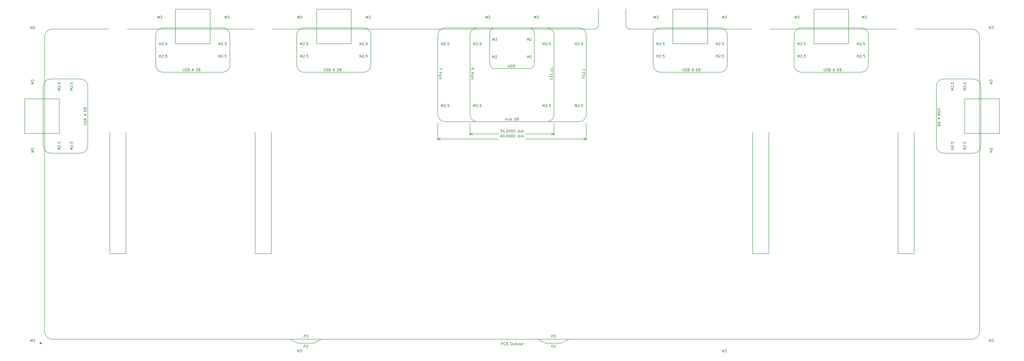
<source format=gtl>
%TF.GenerationSoftware,KiCad,Pcbnew,(6.0.0)*%
%TF.CreationDate,2022-03-06T22:42:25-05:00*%
%TF.ProjectId,custom_keyboard plate v3 bottom - map,63757374-6f6d-45f6-9b65-79626f617264,rev?*%
%TF.SameCoordinates,Original*%
%TF.FileFunction,Copper,L1,Top*%
%TF.FilePolarity,Positive*%
%FSLAX46Y46*%
G04 Gerber Fmt 4.6, Leading zero omitted, Abs format (unit mm)*
G04 Created by KiCad (PCBNEW (6.0.0)) date 2022-03-06 22:42:25*
%MOMM*%
%LPD*%
G01*
G04 APERTURE LIST*
%TA.AperFunction,NonConductor*%
%ADD10C,0.200000*%
%TD*%
%ADD11C,0.200000*%
%TA.AperFunction,ViaPad*%
%ADD12C,0.800000*%
%TD*%
G04 APERTURE END LIST*
D10*
X148255500Y-66945200D02*
X124255500Y-66945200D01*
X268255500Y-66945200D02*
G75*
G03*
X265255500Y-69945200I1J-3000001D01*
G01*
X221748400Y-194480900D02*
X218573600Y-192893500D01*
X235255500Y-66945200D02*
X181255500Y-66945200D01*
X312005500Y-158258200D02*
X312005500Y-109258200D01*
X405199800Y-95663700D02*
X391199800Y-95663700D01*
X391199800Y-95663700D02*
X391199800Y-109663700D01*
X391199800Y-109663700D02*
X405199800Y-109663700D01*
X405199800Y-109663700D02*
X405199800Y-95663700D01*
X241590900Y-67488900D02*
G75*
G03*
X243178300Y-65901500I-1J1587401D01*
G01*
X364255500Y-109258200D02*
X364255500Y-158258200D01*
X393981300Y-192893500D02*
X231272800Y-192893500D01*
X191255500Y-69945200D02*
X191255500Y-101945200D01*
X148255500Y-84945200D02*
G75*
G03*
X151255500Y-81945200I-1J3000001D01*
G01*
X67255500Y-66945200D02*
G75*
G03*
X64255500Y-69945200I1J-3000001D01*
G01*
X238255500Y-69945200D02*
G75*
G03*
X235255500Y-66945200I-3000001J-1D01*
G01*
X379699800Y-90663700D02*
X379699800Y-114663700D01*
X91255500Y-66945200D02*
X67255500Y-66945200D01*
X36811201Y-90663700D02*
G75*
G03*
X33811201Y-87663700I-3000001J-1D01*
G01*
X397699800Y-90663700D02*
G75*
G03*
X394699800Y-87663700I-3000001J-1D01*
G01*
X305505500Y-109258200D02*
X305505500Y-158258200D01*
X111005500Y-158258200D02*
X111005500Y-109258200D01*
X111505500Y-67488900D02*
X241590900Y-67488900D01*
X349255500Y-66945200D02*
X325255500Y-66945200D01*
X325255500Y-84945200D02*
X349255500Y-84945200D01*
X64255500Y-81945200D02*
G75*
G03*
X67255500Y-84945200I3000001J1D01*
G01*
X194255500Y-66945200D02*
G75*
G03*
X191255500Y-69945200I1J-3000001D01*
G01*
X121255500Y-69945200D02*
X121255500Y-81945200D01*
X181255500Y-66945200D02*
G75*
G03*
X178255500Y-69945200I1J-3000001D01*
G01*
X201255500Y-83445200D02*
X215255500Y-83445200D01*
X151255500Y-69945200D02*
G75*
G03*
X148255500Y-66945200I-3000001J-1D01*
G01*
X104505500Y-109258200D02*
X104505500Y-158258200D01*
X312005500Y-158258200D02*
X305505500Y-158258200D01*
X394699800Y-87663700D02*
X382699800Y-87663700D01*
X118567400Y-192893500D02*
X131266600Y-192893500D01*
X322255500Y-81945200D02*
G75*
G03*
X325255500Y-84945200I3000001J1D01*
G01*
X295255500Y-69945200D02*
G75*
G03*
X292255500Y-66945200I-3000001J-1D01*
G01*
X52255500Y-158258200D02*
X45755500Y-158258200D01*
X397156100Y-70663700D02*
X397156100Y-189718700D01*
X18811201Y-114663700D02*
G75*
G03*
X21811201Y-117663700I3000001J1D01*
G01*
X33811201Y-87663700D02*
X21811201Y-87663700D01*
X222255500Y-104945200D02*
G75*
G03*
X225255500Y-101945200I-1J3000001D01*
G01*
X225255500Y-101945200D02*
X225255500Y-69945200D01*
X254290100Y-59258200D02*
X254290100Y-65901500D01*
X124255500Y-66945200D02*
G75*
G03*
X121255500Y-69945200I1J-3000001D01*
G01*
X225255500Y-69945200D02*
G75*
G03*
X222255500Y-66945200I-3000001J-1D01*
G01*
X393981300Y-192893500D02*
G75*
G03*
X397156100Y-189718700I1J3174799D01*
G01*
X118567400Y-192893500D02*
X22529700Y-192893500D01*
X292255500Y-66945200D02*
X268255500Y-66945200D01*
X382699800Y-117663700D02*
X394699800Y-117663700D01*
X255877500Y-67488900D02*
X305005500Y-67488900D01*
X191255500Y-101945200D02*
G75*
G03*
X194255500Y-104945200I3000001J1D01*
G01*
X21811201Y-87663700D02*
G75*
G03*
X18811201Y-90663700I1J-3000001D01*
G01*
X45255500Y-67488900D02*
X22029700Y-67488900D01*
X72255500Y-73445200D02*
X86255500Y-73445200D01*
X86255500Y-73445200D02*
X86255500Y-59445200D01*
X86255500Y-59445200D02*
X72255500Y-59445200D01*
X72255500Y-59445200D02*
X72255500Y-73445200D01*
X352255500Y-69945200D02*
G75*
G03*
X349255500Y-66945200I-3000001J-1D01*
G01*
X199255500Y-81445200D02*
G75*
G03*
X201255500Y-83445200I1999999J-1D01*
G01*
X111005500Y-158258200D02*
X104505500Y-158258200D01*
X52255500Y-158258200D02*
X52255500Y-109258200D01*
X18811201Y-90663700D02*
X18811201Y-114663700D01*
X45755500Y-109258200D02*
X45755500Y-158258200D01*
X221748400Y-194480900D02*
X228098000Y-194480900D01*
X124255500Y-84945200D02*
X148255500Y-84945200D01*
X201255500Y-66945200D02*
G75*
G03*
X199255500Y-68945200I-1J-1999999D01*
G01*
X217255500Y-68945200D02*
G75*
G03*
X215255500Y-66945200I-1999999J1D01*
G01*
X178255500Y-101945200D02*
G75*
G03*
X181255500Y-104945200I3000001J1D01*
G01*
X22529700Y-67488900D02*
G75*
G03*
X19354900Y-70663700I-1J-3174799D01*
G01*
X215255500Y-83445200D02*
G75*
G03*
X217255500Y-81445200I1J1999999D01*
G01*
X235255500Y-104945200D02*
G75*
G03*
X238255500Y-101945200I-1J3000001D01*
G01*
X228098000Y-194480900D02*
X231272800Y-192893500D01*
X19354900Y-189718700D02*
G75*
G03*
X22529700Y-192893500I3174799J-1D01*
G01*
X218573600Y-192893500D02*
X131266600Y-192893500D01*
X94255500Y-81945200D02*
X94255500Y-69945200D01*
X129255500Y-73445200D02*
X143255500Y-73445200D01*
X143255500Y-73445200D02*
X143255500Y-59445200D01*
X143255500Y-59445200D02*
X129255500Y-59445200D01*
X129255500Y-59445200D02*
X129255500Y-73445200D01*
X325255500Y-66945200D02*
G75*
G03*
X322255500Y-69945200I1J-3000001D01*
G01*
X11311201Y-109663700D02*
X25311201Y-109663700D01*
X25311201Y-109663700D02*
X25311201Y-95663700D01*
X25311201Y-95663700D02*
X11311201Y-95663700D01*
X11311201Y-95663700D02*
X11311201Y-109663700D01*
X273255500Y-59445200D02*
X287255500Y-59445200D01*
X287255500Y-59445200D02*
X287255500Y-73445200D01*
X287255500Y-73445200D02*
X273255500Y-73445200D01*
X273255500Y-73445200D02*
X273255500Y-59445200D01*
X217255500Y-81445200D02*
X217255500Y-68945200D01*
X181255500Y-104945200D02*
X235255500Y-104945200D01*
X21811201Y-117663700D02*
X33811201Y-117663700D01*
X265255500Y-81945200D02*
G75*
G03*
X268255500Y-84945200I3000001J1D01*
G01*
X151255500Y-81945200D02*
X151255500Y-69945200D01*
X64255500Y-69945200D02*
X64255500Y-81945200D01*
X295255500Y-81945200D02*
X295255500Y-69945200D01*
X254290100Y-65901500D02*
G75*
G03*
X255877500Y-67488900I1587401J1D01*
G01*
X349255500Y-84945200D02*
G75*
G03*
X352255500Y-81945200I-1J3000001D01*
G01*
X330255500Y-59445200D02*
X344255500Y-59445200D01*
X344255500Y-59445200D02*
X344255500Y-73445200D01*
X344255500Y-73445200D02*
X330255500Y-73445200D01*
X330255500Y-73445200D02*
X330255500Y-59445200D01*
X393981300Y-67488900D02*
X371255500Y-67488900D01*
X397699800Y-114663700D02*
X397699800Y-90663700D01*
X199255500Y-68945200D02*
X199255500Y-81445200D01*
X292255500Y-84945200D02*
G75*
G03*
X295255500Y-81945200I-1J3000001D01*
G01*
X52755500Y-67488900D02*
X104005500Y-67488900D01*
X265255500Y-69945200D02*
X265255500Y-81945200D01*
X94255500Y-69945200D02*
G75*
G03*
X91255500Y-66945200I-3000001J-1D01*
G01*
X243178300Y-59258200D02*
X243178300Y-65901500D01*
X91255500Y-84945200D02*
G75*
G03*
X94255500Y-81945200I-1J3000001D01*
G01*
X121255500Y-81945200D02*
G75*
G03*
X124255500Y-84945200I3000001J1D01*
G01*
X312505500Y-67488900D02*
X363755500Y-67488900D01*
X178255500Y-69945200D02*
X178255500Y-101945200D01*
X36811201Y-114663700D02*
X36811201Y-90663700D01*
X268255500Y-84945200D02*
X292255500Y-84945200D01*
X67255500Y-84945200D02*
X91255500Y-84945200D01*
X121742200Y-194480900D02*
X128091800Y-194480900D01*
X322255500Y-69945200D02*
X322255500Y-81945200D01*
X397156100Y-70663700D02*
G75*
G03*
X393981300Y-67488900I-3174799J1D01*
G01*
X33811201Y-117663700D02*
G75*
G03*
X36811201Y-114663700I-1J3000001D01*
G01*
X218573600Y-192893500D02*
X231272800Y-192893500D01*
X382699800Y-87663700D02*
G75*
G03*
X379699800Y-90663700I1J-3000001D01*
G01*
X128091800Y-194480900D02*
X131266600Y-192893500D01*
X394699800Y-117663700D02*
G75*
G03*
X397699800Y-114663700I-1J3000001D01*
G01*
X370755500Y-158258200D02*
X364255500Y-158258200D01*
X352255500Y-81945200D02*
X352255500Y-69945200D01*
X121742200Y-194480900D02*
X118567400Y-192893500D01*
X379699800Y-114663700D02*
G75*
G03*
X382699800Y-117663700I3000001J1D01*
G01*
X19354900Y-189718700D02*
X19354900Y-70663700D01*
X370755500Y-158258200D02*
X370755500Y-109258200D01*
X238255500Y-101945200D02*
X238255500Y-69945200D01*
D11*
D10*
X203969785Y-195210580D02*
X203969785Y-194210580D01*
X204350738Y-194210580D01*
X204445976Y-194258200D01*
X204493595Y-194305819D01*
X204541214Y-194401057D01*
X204541214Y-194543914D01*
X204493595Y-194639152D01*
X204445976Y-194686771D01*
X204350738Y-194734390D01*
X203969785Y-194734390D01*
X205541214Y-195115342D02*
X205493595Y-195162961D01*
X205350738Y-195210580D01*
X205255500Y-195210580D01*
X205112642Y-195162961D01*
X205017404Y-195067723D01*
X204969785Y-194972485D01*
X204922166Y-194782009D01*
X204922166Y-194639152D01*
X204969785Y-194448676D01*
X205017404Y-194353438D01*
X205112642Y-194258200D01*
X205255500Y-194210580D01*
X205350738Y-194210580D01*
X205493595Y-194258200D01*
X205541214Y-194305819D01*
X206303119Y-194686771D02*
X206445976Y-194734390D01*
X206493595Y-194782009D01*
X206541214Y-194877247D01*
X206541214Y-195020104D01*
X206493595Y-195115342D01*
X206445976Y-195162961D01*
X206350738Y-195210580D01*
X205969785Y-195210580D01*
X205969785Y-194210580D01*
X206303119Y-194210580D01*
X206398357Y-194258200D01*
X206445976Y-194305819D01*
X206493595Y-194401057D01*
X206493595Y-194496295D01*
X206445976Y-194591533D01*
X206398357Y-194639152D01*
X206303119Y-194686771D01*
X205969785Y-194686771D01*
X207922166Y-194210580D02*
X208112642Y-194210580D01*
X208207880Y-194258200D01*
X208303119Y-194353438D01*
X208350738Y-194543914D01*
X208350738Y-194877247D01*
X208303119Y-195067723D01*
X208207880Y-195162961D01*
X208112642Y-195210580D01*
X207922166Y-195210580D01*
X207826928Y-195162961D01*
X207731690Y-195067723D01*
X207684071Y-194877247D01*
X207684071Y-194543914D01*
X207731690Y-194353438D01*
X207826928Y-194258200D01*
X207922166Y-194210580D01*
X209207880Y-194543914D02*
X209207880Y-195210580D01*
X208779309Y-194543914D02*
X208779309Y-195067723D01*
X208826928Y-195162961D01*
X208922166Y-195210580D01*
X209065023Y-195210580D01*
X209160261Y-195162961D01*
X209207880Y-195115342D01*
X209541214Y-194543914D02*
X209922166Y-194543914D01*
X209684071Y-194210580D02*
X209684071Y-195067723D01*
X209731690Y-195162961D01*
X209826928Y-195210580D01*
X209922166Y-195210580D01*
X210398357Y-195210580D02*
X210303119Y-195162961D01*
X210255500Y-195067723D01*
X210255500Y-194210580D01*
X210779309Y-195210580D02*
X210779309Y-194543914D01*
X210779309Y-194210580D02*
X210731690Y-194258200D01*
X210779309Y-194305819D01*
X210826928Y-194258200D01*
X210779309Y-194210580D01*
X210779309Y-194305819D01*
X211255500Y-194543914D02*
X211255500Y-195210580D01*
X211255500Y-194639152D02*
X211303119Y-194591533D01*
X211398357Y-194543914D01*
X211541214Y-194543914D01*
X211636452Y-194591533D01*
X211684071Y-194686771D01*
X211684071Y-195210580D01*
X212541214Y-195162961D02*
X212445976Y-195210580D01*
X212255500Y-195210580D01*
X212160261Y-195162961D01*
X212112642Y-195067723D01*
X212112642Y-194686771D01*
X212160261Y-194591533D01*
X212255500Y-194543914D01*
X212445976Y-194543914D01*
X212541214Y-194591533D01*
X212588833Y-194686771D01*
X212588833Y-194782009D01*
X212112642Y-194877247D01*
D11*
D10*
X75303119Y-83397580D02*
X75303119Y-84207104D01*
X75350738Y-84302342D01*
X75398357Y-84349961D01*
X75493595Y-84397580D01*
X75684071Y-84397580D01*
X75779309Y-84349961D01*
X75826928Y-84302342D01*
X75874547Y-84207104D01*
X75874547Y-83397580D01*
X76303119Y-84349961D02*
X76445976Y-84397580D01*
X76684071Y-84397580D01*
X76779309Y-84349961D01*
X76826928Y-84302342D01*
X76874547Y-84207104D01*
X76874547Y-84111866D01*
X76826928Y-84016628D01*
X76779309Y-83969009D01*
X76684071Y-83921390D01*
X76493595Y-83873771D01*
X76398357Y-83826152D01*
X76350738Y-83778533D01*
X76303119Y-83683295D01*
X76303119Y-83588057D01*
X76350738Y-83492819D01*
X76398357Y-83445200D01*
X76493595Y-83397580D01*
X76731690Y-83397580D01*
X76874547Y-83445200D01*
X77636452Y-83873771D02*
X77779309Y-83921390D01*
X77826928Y-83969009D01*
X77874547Y-84064247D01*
X77874547Y-84207104D01*
X77826928Y-84302342D01*
X77779309Y-84349961D01*
X77684071Y-84397580D01*
X77303119Y-84397580D01*
X77303119Y-83397580D01*
X77636452Y-83397580D01*
X77731690Y-83445200D01*
X77779309Y-83492819D01*
X77826928Y-83588057D01*
X77826928Y-83683295D01*
X77779309Y-83778533D01*
X77731690Y-83826152D01*
X77636452Y-83873771D01*
X77303119Y-83873771D01*
X79017404Y-84111866D02*
X79493595Y-84111866D01*
X78922166Y-84397580D02*
X79255500Y-83397580D01*
X79588833Y-84397580D01*
X80684071Y-84397580D02*
X80684071Y-83397580D01*
X80922166Y-83397580D01*
X81065023Y-83445200D01*
X81160261Y-83540438D01*
X81207880Y-83635676D01*
X81255500Y-83826152D01*
X81255500Y-83969009D01*
X81207880Y-84159485D01*
X81160261Y-84254723D01*
X81065023Y-84349961D01*
X80922166Y-84397580D01*
X80684071Y-84397580D01*
X82017404Y-83873771D02*
X82160261Y-83921390D01*
X82207880Y-83969009D01*
X82255500Y-84064247D01*
X82255500Y-84207104D01*
X82207880Y-84302342D01*
X82160261Y-84349961D01*
X82065023Y-84397580D01*
X81684071Y-84397580D01*
X81684071Y-83397580D01*
X82017404Y-83397580D01*
X82112642Y-83445200D01*
X82160261Y-83492819D01*
X82207880Y-83588057D01*
X82207880Y-83683295D01*
X82160261Y-83778533D01*
X82112642Y-83826152D01*
X82017404Y-83873771D01*
X81684071Y-83873771D01*
D11*
D10*
X206719785Y-81897580D02*
X206719785Y-82707104D01*
X206767404Y-82802342D01*
X206815023Y-82849961D01*
X206910261Y-82897580D01*
X207100738Y-82897580D01*
X207195976Y-82849961D01*
X207243595Y-82802342D01*
X207291214Y-82707104D01*
X207291214Y-81897580D01*
X207767404Y-82897580D02*
X207767404Y-81897580D01*
X208005500Y-81897580D01*
X208148357Y-81945200D01*
X208243595Y-82040438D01*
X208291214Y-82135676D01*
X208338833Y-82326152D01*
X208338833Y-82469009D01*
X208291214Y-82659485D01*
X208243595Y-82754723D01*
X208148357Y-82849961D01*
X208005500Y-82897580D01*
X207767404Y-82897580D01*
X209100738Y-82373771D02*
X209243595Y-82421390D01*
X209291214Y-82469009D01*
X209338833Y-82564247D01*
X209338833Y-82707104D01*
X209291214Y-82802342D01*
X209243595Y-82849961D01*
X209148357Y-82897580D01*
X208767404Y-82897580D01*
X208767404Y-81897580D01*
X209100738Y-81897580D01*
X209195976Y-81945200D01*
X209243595Y-81992819D01*
X209291214Y-82088057D01*
X209291214Y-82183295D01*
X209243595Y-82278533D01*
X209195976Y-82326152D01*
X209100738Y-82373771D01*
X208767404Y-82373771D01*
D11*
D10*
X277303119Y-83397580D02*
X277303119Y-84207104D01*
X277350738Y-84302342D01*
X277398357Y-84349961D01*
X277493595Y-84397580D01*
X277684071Y-84397580D01*
X277779309Y-84349961D01*
X277826928Y-84302342D01*
X277874547Y-84207104D01*
X277874547Y-83397580D01*
X278303119Y-84349961D02*
X278445976Y-84397580D01*
X278684071Y-84397580D01*
X278779309Y-84349961D01*
X278826928Y-84302342D01*
X278874547Y-84207104D01*
X278874547Y-84111866D01*
X278826928Y-84016628D01*
X278779309Y-83969009D01*
X278684071Y-83921390D01*
X278493595Y-83873771D01*
X278398357Y-83826152D01*
X278350738Y-83778533D01*
X278303119Y-83683295D01*
X278303119Y-83588057D01*
X278350738Y-83492819D01*
X278398357Y-83445200D01*
X278493595Y-83397580D01*
X278731690Y-83397580D01*
X278874547Y-83445200D01*
X279636452Y-83873771D02*
X279779309Y-83921390D01*
X279826928Y-83969009D01*
X279874547Y-84064247D01*
X279874547Y-84207104D01*
X279826928Y-84302342D01*
X279779309Y-84349961D01*
X279684071Y-84397580D01*
X279303119Y-84397580D01*
X279303119Y-83397580D01*
X279636452Y-83397580D01*
X279731690Y-83445200D01*
X279779309Y-83492819D01*
X279826928Y-83588057D01*
X279826928Y-83683295D01*
X279779309Y-83778533D01*
X279731690Y-83826152D01*
X279636452Y-83873771D01*
X279303119Y-83873771D01*
X281017404Y-84111866D02*
X281493595Y-84111866D01*
X280922166Y-84397580D02*
X281255500Y-83397580D01*
X281588833Y-84397580D01*
X282684071Y-84397580D02*
X282684071Y-83397580D01*
X282922166Y-83397580D01*
X283065023Y-83445200D01*
X283160261Y-83540438D01*
X283207880Y-83635676D01*
X283255500Y-83826152D01*
X283255500Y-83969009D01*
X283207880Y-84159485D01*
X283160261Y-84254723D01*
X283065023Y-84349961D01*
X282922166Y-84397580D01*
X282684071Y-84397580D01*
X284017404Y-83873771D02*
X284160261Y-83921390D01*
X284207880Y-83969009D01*
X284255500Y-84064247D01*
X284255500Y-84207104D01*
X284207880Y-84302342D01*
X284160261Y-84349961D01*
X284065023Y-84397580D01*
X283684071Y-84397580D01*
X283684071Y-83397580D01*
X284017404Y-83397580D01*
X284112642Y-83445200D01*
X284160261Y-83492819D01*
X284207880Y-83588057D01*
X284207880Y-83683295D01*
X284160261Y-83778533D01*
X284112642Y-83826152D01*
X284017404Y-83873771D01*
X283684071Y-83873771D01*
D11*
D10*
X224185104Y-192210580D02*
X224185104Y-191210580D01*
X224566057Y-191210580D01*
X224661295Y-191258200D01*
X224708914Y-191305819D01*
X224756533Y-191401057D01*
X224756533Y-191543914D01*
X224708914Y-191639152D01*
X224661295Y-191686771D01*
X224566057Y-191734390D01*
X224185104Y-191734390D01*
X225089866Y-191210580D02*
X225708914Y-191210580D01*
X225375580Y-191591533D01*
X225518438Y-191591533D01*
X225613676Y-191639152D01*
X225661295Y-191686771D01*
X225708914Y-191782009D01*
X225708914Y-192020104D01*
X225661295Y-192115342D01*
X225613676Y-192162961D01*
X225518438Y-192210580D01*
X225232723Y-192210580D01*
X225137485Y-192162961D01*
X225089866Y-192115342D01*
D11*
D10*
X132303119Y-83397580D02*
X132303119Y-84207104D01*
X132350738Y-84302342D01*
X132398357Y-84349961D01*
X132493595Y-84397580D01*
X132684071Y-84397580D01*
X132779309Y-84349961D01*
X132826928Y-84302342D01*
X132874547Y-84207104D01*
X132874547Y-83397580D01*
X133303119Y-84349961D02*
X133445976Y-84397580D01*
X133684071Y-84397580D01*
X133779309Y-84349961D01*
X133826928Y-84302342D01*
X133874547Y-84207104D01*
X133874547Y-84111866D01*
X133826928Y-84016628D01*
X133779309Y-83969009D01*
X133684071Y-83921390D01*
X133493595Y-83873771D01*
X133398357Y-83826152D01*
X133350738Y-83778533D01*
X133303119Y-83683295D01*
X133303119Y-83588057D01*
X133350738Y-83492819D01*
X133398357Y-83445200D01*
X133493595Y-83397580D01*
X133731690Y-83397580D01*
X133874547Y-83445200D01*
X134636452Y-83873771D02*
X134779309Y-83921390D01*
X134826928Y-83969009D01*
X134874547Y-84064247D01*
X134874547Y-84207104D01*
X134826928Y-84302342D01*
X134779309Y-84349961D01*
X134684071Y-84397580D01*
X134303119Y-84397580D01*
X134303119Y-83397580D01*
X134636452Y-83397580D01*
X134731690Y-83445200D01*
X134779309Y-83492819D01*
X134826928Y-83588057D01*
X134826928Y-83683295D01*
X134779309Y-83778533D01*
X134731690Y-83826152D01*
X134636452Y-83873771D01*
X134303119Y-83873771D01*
X136017404Y-84111866D02*
X136493595Y-84111866D01*
X135922166Y-84397580D02*
X136255500Y-83397580D01*
X136588833Y-84397580D01*
X137684071Y-84397580D02*
X137684071Y-83397580D01*
X137922166Y-83397580D01*
X138065023Y-83445200D01*
X138160261Y-83540438D01*
X138207880Y-83635676D01*
X138255500Y-83826152D01*
X138255500Y-83969009D01*
X138207880Y-84159485D01*
X138160261Y-84254723D01*
X138065023Y-84349961D01*
X137922166Y-84397580D01*
X137684071Y-84397580D01*
X139017404Y-83873771D02*
X139160261Y-83921390D01*
X139207880Y-83969009D01*
X139255500Y-84064247D01*
X139255500Y-84207104D01*
X139207880Y-84302342D01*
X139160261Y-84349961D01*
X139065023Y-84397580D01*
X138684071Y-84397580D01*
X138684071Y-83397580D01*
X139017404Y-83397580D01*
X139112642Y-83445200D01*
X139160261Y-83492819D01*
X139207880Y-83588057D01*
X139207880Y-83683295D01*
X139160261Y-83778533D01*
X139112642Y-83826152D01*
X139017404Y-83873771D01*
X138684071Y-83873771D01*
D11*
D10*
X124178904Y-192210580D02*
X124178904Y-191210580D01*
X124559857Y-191210580D01*
X124655095Y-191258200D01*
X124702714Y-191305819D01*
X124750333Y-191401057D01*
X124750333Y-191543914D01*
X124702714Y-191639152D01*
X124655095Y-191686771D01*
X124559857Y-191734390D01*
X124178904Y-191734390D01*
X125083666Y-191210580D02*
X125702714Y-191210580D01*
X125369380Y-191591533D01*
X125512238Y-191591533D01*
X125607476Y-191639152D01*
X125655095Y-191686771D01*
X125702714Y-191782009D01*
X125702714Y-192020104D01*
X125655095Y-192115342D01*
X125607476Y-192162961D01*
X125512238Y-192210580D01*
X125226523Y-192210580D01*
X125131285Y-192162961D01*
X125083666Y-192115342D01*
D11*
D10*
X334303119Y-83397580D02*
X334303119Y-84207104D01*
X334350738Y-84302342D01*
X334398357Y-84349961D01*
X334493595Y-84397580D01*
X334684071Y-84397580D01*
X334779309Y-84349961D01*
X334826928Y-84302342D01*
X334874547Y-84207104D01*
X334874547Y-83397580D01*
X335303119Y-84349961D02*
X335445976Y-84397580D01*
X335684071Y-84397580D01*
X335779309Y-84349961D01*
X335826928Y-84302342D01*
X335874547Y-84207104D01*
X335874547Y-84111866D01*
X335826928Y-84016628D01*
X335779309Y-83969009D01*
X335684071Y-83921390D01*
X335493595Y-83873771D01*
X335398357Y-83826152D01*
X335350738Y-83778533D01*
X335303119Y-83683295D01*
X335303119Y-83588057D01*
X335350738Y-83492819D01*
X335398357Y-83445200D01*
X335493595Y-83397580D01*
X335731690Y-83397580D01*
X335874547Y-83445200D01*
X336636452Y-83873771D02*
X336779309Y-83921390D01*
X336826928Y-83969009D01*
X336874547Y-84064247D01*
X336874547Y-84207104D01*
X336826928Y-84302342D01*
X336779309Y-84349961D01*
X336684071Y-84397580D01*
X336303119Y-84397580D01*
X336303119Y-83397580D01*
X336636452Y-83397580D01*
X336731690Y-83445200D01*
X336779309Y-83492819D01*
X336826928Y-83588057D01*
X336826928Y-83683295D01*
X336779309Y-83778533D01*
X336731690Y-83826152D01*
X336636452Y-83873771D01*
X336303119Y-83873771D01*
X338017404Y-84111866D02*
X338493595Y-84111866D01*
X337922166Y-84397580D02*
X338255500Y-83397580D01*
X338588833Y-84397580D01*
X339684071Y-84397580D02*
X339684071Y-83397580D01*
X339922166Y-83397580D01*
X340065023Y-83445200D01*
X340160261Y-83540438D01*
X340207880Y-83635676D01*
X340255500Y-83826152D01*
X340255500Y-83969009D01*
X340207880Y-84159485D01*
X340160261Y-84254723D01*
X340065023Y-84349961D01*
X339922166Y-84397580D01*
X339684071Y-84397580D01*
X341017404Y-83873771D02*
X341160261Y-83921390D01*
X341207880Y-83969009D01*
X341255500Y-84064247D01*
X341255500Y-84207104D01*
X341207880Y-84302342D01*
X341160261Y-84349961D01*
X341065023Y-84397580D01*
X340684071Y-84397580D01*
X340684071Y-83397580D01*
X341017404Y-83397580D01*
X341112642Y-83445200D01*
X341160261Y-83492819D01*
X341207880Y-83588057D01*
X341207880Y-83683295D01*
X341160261Y-83778533D01*
X341112642Y-83826152D01*
X341017404Y-83873771D01*
X340684071Y-83873771D01*
D11*
D10*
X192469785Y-83707104D02*
X191803119Y-83707104D01*
X192850738Y-83469009D02*
X192136452Y-83230914D01*
X192136452Y-83849961D01*
X191803119Y-84992819D02*
X192803119Y-84992819D01*
X192803119Y-85373771D01*
X192755500Y-85469009D01*
X192707880Y-85516628D01*
X192612642Y-85564247D01*
X192469785Y-85564247D01*
X192374547Y-85516628D01*
X192326928Y-85469009D01*
X192279309Y-85373771D01*
X192279309Y-84992819D01*
X191803119Y-86135676D02*
X191850738Y-86040438D01*
X191898357Y-85992819D01*
X191993595Y-85945200D01*
X192279309Y-85945200D01*
X192374547Y-85992819D01*
X192422166Y-86040438D01*
X192469785Y-86135676D01*
X192469785Y-86278533D01*
X192422166Y-86373771D01*
X192374547Y-86421390D01*
X192279309Y-86469009D01*
X191993595Y-86469009D01*
X191898357Y-86421390D01*
X191850738Y-86373771D01*
X191803119Y-86278533D01*
X191803119Y-86135676D01*
X191803119Y-86897580D02*
X192469785Y-86897580D01*
X192279309Y-86897580D02*
X192374547Y-86945200D01*
X192422166Y-86992819D01*
X192469785Y-87088057D01*
X192469785Y-87183295D01*
X192469785Y-87373771D02*
X192469785Y-87754723D01*
X192803119Y-87516628D02*
X191945976Y-87516628D01*
X191850738Y-87564247D01*
X191803119Y-87659485D01*
X191803119Y-87754723D01*
D11*
D10*
X224185104Y-196210580D02*
X224185104Y-195210580D01*
X224566057Y-195210580D01*
X224661295Y-195258200D01*
X224708914Y-195305819D01*
X224756533Y-195401057D01*
X224756533Y-195543914D01*
X224708914Y-195639152D01*
X224661295Y-195686771D01*
X224566057Y-195734390D01*
X224185104Y-195734390D01*
X225137485Y-195305819D02*
X225185104Y-195258200D01*
X225280342Y-195210580D01*
X225518438Y-195210580D01*
X225613676Y-195258200D01*
X225661295Y-195305819D01*
X225708914Y-195401057D01*
X225708914Y-195496295D01*
X225661295Y-195639152D01*
X225089866Y-196210580D01*
X225708914Y-196210580D01*
D11*
D10*
X237184071Y-86919752D02*
X237184071Y-87253085D01*
X237707880Y-87253085D02*
X236707880Y-87253085D01*
X236707880Y-86776894D01*
X237184071Y-86395942D02*
X237184071Y-86062609D01*
X237707880Y-85919752D02*
X237707880Y-86395942D01*
X236707880Y-86395942D01*
X236707880Y-85919752D01*
X236803119Y-85538799D02*
X236755500Y-85491180D01*
X236707880Y-85395942D01*
X236707880Y-85157847D01*
X236755500Y-85062609D01*
X236803119Y-85014990D01*
X236898357Y-84967371D01*
X236993595Y-84967371D01*
X237136452Y-85014990D01*
X237707880Y-85586418D01*
X237707880Y-84967371D01*
X237612642Y-84538799D02*
X237660261Y-84491180D01*
X237707880Y-84538799D01*
X237660261Y-84586418D01*
X237612642Y-84538799D01*
X237707880Y-84538799D01*
X237707880Y-83538799D02*
X237707880Y-84110228D01*
X237707880Y-83824513D02*
X236707880Y-83824513D01*
X236850738Y-83919752D01*
X236945976Y-84014990D01*
X236993595Y-84110228D01*
D11*
D10*
X205684071Y-104397580D02*
X205684071Y-103397580D01*
X205684071Y-103873771D02*
X206255500Y-103873771D01*
X206255500Y-104397580D02*
X206255500Y-103397580D01*
X207160261Y-103730914D02*
X207160261Y-104397580D01*
X206731690Y-103730914D02*
X206731690Y-104254723D01*
X206779309Y-104349961D01*
X206874547Y-104397580D01*
X207017404Y-104397580D01*
X207112642Y-104349961D01*
X207160261Y-104302342D01*
X207636452Y-104397580D02*
X207636452Y-103397580D01*
X207636452Y-103778533D02*
X207731690Y-103730914D01*
X207922166Y-103730914D01*
X208017404Y-103778533D01*
X208065023Y-103826152D01*
X208112642Y-103921390D01*
X208112642Y-104207104D01*
X208065023Y-104302342D01*
X208017404Y-104349961D01*
X207922166Y-104397580D01*
X207731690Y-104397580D01*
X207636452Y-104349961D01*
X209303119Y-104397580D02*
X209303119Y-103397580D01*
X209541214Y-103397580D01*
X209684071Y-103445200D01*
X209779309Y-103540438D01*
X209826928Y-103635676D01*
X209874547Y-103826152D01*
X209874547Y-103969009D01*
X209826928Y-104159485D01*
X209779309Y-104254723D01*
X209684071Y-104349961D01*
X209541214Y-104397580D01*
X209303119Y-104397580D01*
X210636452Y-103873771D02*
X210779309Y-103921390D01*
X210826928Y-103969009D01*
X210874547Y-104064247D01*
X210874547Y-104207104D01*
X210826928Y-104302342D01*
X210779309Y-104349961D01*
X210684071Y-104397580D01*
X210303119Y-104397580D01*
X210303119Y-103397580D01*
X210636452Y-103397580D01*
X210731690Y-103445200D01*
X210779309Y-103492819D01*
X210826928Y-103588057D01*
X210826928Y-103683295D01*
X210779309Y-103778533D01*
X210731690Y-103826152D01*
X210636452Y-103873771D01*
X210303119Y-103873771D01*
D11*
D10*
X381247419Y-99711319D02*
X380437895Y-99711319D01*
X380342657Y-99758938D01*
X380295038Y-99806557D01*
X380247419Y-99901795D01*
X380247419Y-100092271D01*
X380295038Y-100187509D01*
X380342657Y-100235128D01*
X380437895Y-100282747D01*
X381247419Y-100282747D01*
X380295038Y-100711319D02*
X380247419Y-100854176D01*
X380247419Y-101092271D01*
X380295038Y-101187509D01*
X380342657Y-101235128D01*
X380437895Y-101282747D01*
X380533133Y-101282747D01*
X380628371Y-101235128D01*
X380675990Y-101187509D01*
X380723609Y-101092271D01*
X380771228Y-100901795D01*
X380818847Y-100806557D01*
X380866466Y-100758938D01*
X380961704Y-100711319D01*
X381056942Y-100711319D01*
X381152180Y-100758938D01*
X381199800Y-100806557D01*
X381247419Y-100901795D01*
X381247419Y-101139890D01*
X381199800Y-101282747D01*
X380771228Y-102044652D02*
X380723609Y-102187509D01*
X380675990Y-102235128D01*
X380580752Y-102282747D01*
X380437895Y-102282747D01*
X380342657Y-102235128D01*
X380295038Y-102187509D01*
X380247419Y-102092271D01*
X380247419Y-101711319D01*
X381247419Y-101711319D01*
X381247419Y-102044652D01*
X381199800Y-102139890D01*
X381152180Y-102187509D01*
X381056942Y-102235128D01*
X380961704Y-102235128D01*
X380866466Y-102187509D01*
X380818847Y-102139890D01*
X380771228Y-102044652D01*
X380771228Y-101711319D01*
X380533133Y-103425604D02*
X380533133Y-103901795D01*
X380247419Y-103330366D02*
X381247419Y-103663700D01*
X380247419Y-103997033D01*
X380247419Y-105092271D02*
X381247419Y-105092271D01*
X381247419Y-105330366D01*
X381199800Y-105473223D01*
X381104561Y-105568461D01*
X381009323Y-105616080D01*
X380818847Y-105663700D01*
X380675990Y-105663700D01*
X380485514Y-105616080D01*
X380390276Y-105568461D01*
X380295038Y-105473223D01*
X380247419Y-105330366D01*
X380247419Y-105092271D01*
X380771228Y-106425604D02*
X380723609Y-106568461D01*
X380675990Y-106616080D01*
X380580752Y-106663700D01*
X380437895Y-106663700D01*
X380342657Y-106616080D01*
X380295038Y-106568461D01*
X380247419Y-106473223D01*
X380247419Y-106092271D01*
X381247419Y-106092271D01*
X381247419Y-106425604D01*
X381199800Y-106520842D01*
X381152180Y-106568461D01*
X381056942Y-106616080D01*
X380961704Y-106616080D01*
X380866466Y-106568461D01*
X380818847Y-106520842D01*
X380771228Y-106425604D01*
X380771228Y-106092271D01*
D11*
D10*
X35263581Y-106147580D02*
X36073105Y-106147580D01*
X36168343Y-106099961D01*
X36215962Y-106052342D01*
X36263581Y-105957104D01*
X36263581Y-105766628D01*
X36215962Y-105671390D01*
X36168343Y-105623771D01*
X36073105Y-105576152D01*
X35263581Y-105576152D01*
X36215962Y-105147580D02*
X36263581Y-105004723D01*
X36263581Y-104766628D01*
X36215962Y-104671390D01*
X36168343Y-104623771D01*
X36073105Y-104576152D01*
X35977867Y-104576152D01*
X35882629Y-104623771D01*
X35835010Y-104671390D01*
X35787391Y-104766628D01*
X35739772Y-104957104D01*
X35692153Y-105052342D01*
X35644534Y-105099961D01*
X35549296Y-105147580D01*
X35454058Y-105147580D01*
X35358820Y-105099961D01*
X35311201Y-105052342D01*
X35263581Y-104957104D01*
X35263581Y-104719009D01*
X35311201Y-104576152D01*
X35739772Y-103814247D02*
X35787391Y-103671390D01*
X35835010Y-103623771D01*
X35930248Y-103576152D01*
X36073105Y-103576152D01*
X36168343Y-103623771D01*
X36215962Y-103671390D01*
X36263581Y-103766628D01*
X36263581Y-104147580D01*
X35263581Y-104147580D01*
X35263581Y-103814247D01*
X35311201Y-103719009D01*
X35358820Y-103671390D01*
X35454058Y-103623771D01*
X35549296Y-103623771D01*
X35644534Y-103671390D01*
X35692153Y-103719009D01*
X35739772Y-103814247D01*
X35739772Y-104147580D01*
X35977867Y-102433295D02*
X35977867Y-101957104D01*
X36263581Y-102528533D02*
X35263581Y-102195200D01*
X36263581Y-101861866D01*
X36263581Y-100766628D02*
X35263581Y-100766628D01*
X35263581Y-100528533D01*
X35311201Y-100385676D01*
X35406439Y-100290438D01*
X35501677Y-100242819D01*
X35692153Y-100195200D01*
X35835010Y-100195200D01*
X36025486Y-100242819D01*
X36120724Y-100290438D01*
X36215962Y-100385676D01*
X36263581Y-100528533D01*
X36263581Y-100766628D01*
X35739772Y-99433295D02*
X35787391Y-99290438D01*
X35835010Y-99242819D01*
X35930248Y-99195200D01*
X36073105Y-99195200D01*
X36168343Y-99242819D01*
X36215962Y-99290438D01*
X36263581Y-99385676D01*
X36263581Y-99766628D01*
X35263581Y-99766628D01*
X35263581Y-99433295D01*
X35311201Y-99338057D01*
X35358820Y-99290438D01*
X35454058Y-99242819D01*
X35549296Y-99242819D01*
X35644534Y-99290438D01*
X35692153Y-99338057D01*
X35739772Y-99433295D01*
X35739772Y-99766628D01*
D11*
D10*
X224184071Y-87349961D02*
X224184071Y-87683295D01*
X224707880Y-87683295D02*
X223707880Y-87683295D01*
X223707880Y-87207104D01*
X224184071Y-86826152D02*
X224184071Y-86492819D01*
X224707880Y-86349961D02*
X224707880Y-86826152D01*
X223707880Y-86826152D01*
X223707880Y-86349961D01*
X224707880Y-85397580D02*
X224707880Y-85969009D01*
X224707880Y-85683295D02*
X223707880Y-85683295D01*
X223850738Y-85778533D01*
X223945976Y-85873771D01*
X223993595Y-85969009D01*
X224612642Y-84969009D02*
X224660261Y-84921390D01*
X224707880Y-84969009D01*
X224660261Y-85016628D01*
X224612642Y-84969009D01*
X224707880Y-84969009D01*
X224707880Y-83969009D02*
X224707880Y-84540438D01*
X224707880Y-84254723D02*
X223707880Y-84254723D01*
X223850738Y-84349961D01*
X223945976Y-84445200D01*
X223993595Y-84540438D01*
X224660261Y-83588057D02*
X224707880Y-83492819D01*
X224707880Y-83302342D01*
X224660261Y-83207104D01*
X224565023Y-83159485D01*
X224517404Y-83159485D01*
X224422166Y-83207104D01*
X224374547Y-83302342D01*
X224374547Y-83445200D01*
X224326928Y-83540438D01*
X224231690Y-83588057D01*
X224184071Y-83588057D01*
X224088833Y-83540438D01*
X224041214Y-83445200D01*
X224041214Y-83302342D01*
X224088833Y-83207104D01*
D11*
D10*
X179803119Y-83157847D02*
X179803119Y-83824513D01*
X178803119Y-83395942D01*
X178803119Y-84967371D02*
X179803119Y-84967371D01*
X179803119Y-85348323D01*
X179755500Y-85443561D01*
X179707880Y-85491180D01*
X179612642Y-85538799D01*
X179469785Y-85538799D01*
X179374547Y-85491180D01*
X179326928Y-85443561D01*
X179279309Y-85348323D01*
X179279309Y-84967371D01*
X178803119Y-86110228D02*
X178850738Y-86014990D01*
X178898357Y-85967371D01*
X178993595Y-85919752D01*
X179279309Y-85919752D01*
X179374547Y-85967371D01*
X179422166Y-86014990D01*
X179469785Y-86110228D01*
X179469785Y-86253085D01*
X179422166Y-86348323D01*
X179374547Y-86395942D01*
X179279309Y-86443561D01*
X178993595Y-86443561D01*
X178898357Y-86395942D01*
X178850738Y-86348323D01*
X178803119Y-86253085D01*
X178803119Y-86110228D01*
X178803119Y-86872132D02*
X179469785Y-86872132D01*
X179279309Y-86872132D02*
X179374547Y-86919752D01*
X179422166Y-86967371D01*
X179469785Y-87062609D01*
X179469785Y-87157847D01*
X179469785Y-87348323D02*
X179469785Y-87729275D01*
X179803119Y-87491180D02*
X178945976Y-87491180D01*
X178850738Y-87538799D01*
X178803119Y-87634037D01*
X178803119Y-87729275D01*
D11*
D10*
X124178904Y-196210580D02*
X124178904Y-195210580D01*
X124559857Y-195210580D01*
X124655095Y-195258200D01*
X124702714Y-195305819D01*
X124750333Y-195401057D01*
X124750333Y-195543914D01*
X124702714Y-195639152D01*
X124655095Y-195686771D01*
X124559857Y-195734390D01*
X124178904Y-195734390D01*
X125131285Y-195305819D02*
X125178904Y-195258200D01*
X125274142Y-195210580D01*
X125512238Y-195210580D01*
X125607476Y-195258200D01*
X125655095Y-195305819D01*
X125702714Y-195401057D01*
X125702714Y-195496295D01*
X125655095Y-195639152D01*
X125083666Y-196210580D01*
X125702714Y-196210580D01*
D11*
D10*
X204112642Y-110197580D02*
X203922166Y-110197580D01*
X203826928Y-110245200D01*
X203779309Y-110292819D01*
X203684071Y-110435676D01*
X203636452Y-110626152D01*
X203636452Y-111007104D01*
X203684071Y-111102342D01*
X203731690Y-111149961D01*
X203826928Y-111197580D01*
X204017404Y-111197580D01*
X204112642Y-111149961D01*
X204160261Y-111102342D01*
X204207880Y-111007104D01*
X204207880Y-110769009D01*
X204160261Y-110673771D01*
X204112642Y-110626152D01*
X204017404Y-110578533D01*
X203826928Y-110578533D01*
X203731690Y-110626152D01*
X203684071Y-110673771D01*
X203636452Y-110769009D01*
X204826928Y-110197580D02*
X204922166Y-110197580D01*
X205017404Y-110245200D01*
X205065023Y-110292819D01*
X205112642Y-110388057D01*
X205160261Y-110578533D01*
X205160261Y-110816628D01*
X205112642Y-111007104D01*
X205065023Y-111102342D01*
X205017404Y-111149961D01*
X204922166Y-111197580D01*
X204826928Y-111197580D01*
X204731690Y-111149961D01*
X204684071Y-111102342D01*
X204636452Y-111007104D01*
X204588833Y-110816628D01*
X204588833Y-110578533D01*
X204636452Y-110388057D01*
X204684071Y-110292819D01*
X204731690Y-110245200D01*
X204826928Y-110197580D01*
X205588833Y-111102342D02*
X205636452Y-111149961D01*
X205588833Y-111197580D01*
X205541214Y-111149961D01*
X205588833Y-111102342D01*
X205588833Y-111197580D01*
X206255500Y-110197580D02*
X206350738Y-110197580D01*
X206445976Y-110245200D01*
X206493595Y-110292819D01*
X206541214Y-110388057D01*
X206588833Y-110578533D01*
X206588833Y-110816628D01*
X206541214Y-111007104D01*
X206493595Y-111102342D01*
X206445976Y-111149961D01*
X206350738Y-111197580D01*
X206255500Y-111197580D01*
X206160261Y-111149961D01*
X206112642Y-111102342D01*
X206065023Y-111007104D01*
X206017404Y-110816628D01*
X206017404Y-110578533D01*
X206065023Y-110388057D01*
X206112642Y-110292819D01*
X206160261Y-110245200D01*
X206255500Y-110197580D01*
X207207880Y-110197580D02*
X207303119Y-110197580D01*
X207398357Y-110245200D01*
X207445976Y-110292819D01*
X207493595Y-110388057D01*
X207541214Y-110578533D01*
X207541214Y-110816628D01*
X207493595Y-111007104D01*
X207445976Y-111102342D01*
X207398357Y-111149961D01*
X207303119Y-111197580D01*
X207207880Y-111197580D01*
X207112642Y-111149961D01*
X207065023Y-111102342D01*
X207017404Y-111007104D01*
X206969785Y-110816628D01*
X206969785Y-110578533D01*
X207017404Y-110388057D01*
X207065023Y-110292819D01*
X207112642Y-110245200D01*
X207207880Y-110197580D01*
X208160261Y-110197580D02*
X208255500Y-110197580D01*
X208350738Y-110245200D01*
X208398357Y-110292819D01*
X208445976Y-110388057D01*
X208493595Y-110578533D01*
X208493595Y-110816628D01*
X208445976Y-111007104D01*
X208398357Y-111102342D01*
X208350738Y-111149961D01*
X208255500Y-111197580D01*
X208160261Y-111197580D01*
X208065023Y-111149961D01*
X208017404Y-111102342D01*
X207969785Y-111007104D01*
X207922166Y-110816628D01*
X207922166Y-110578533D01*
X207969785Y-110388057D01*
X208017404Y-110292819D01*
X208065023Y-110245200D01*
X208160261Y-110197580D01*
X209112642Y-110197580D02*
X209207880Y-110197580D01*
X209303119Y-110245200D01*
X209350738Y-110292819D01*
X209398357Y-110388057D01*
X209445976Y-110578533D01*
X209445976Y-110816628D01*
X209398357Y-111007104D01*
X209350738Y-111102342D01*
X209303119Y-111149961D01*
X209207880Y-111197580D01*
X209112642Y-111197580D01*
X209017404Y-111149961D01*
X208969785Y-111102342D01*
X208922166Y-111007104D01*
X208874547Y-110816628D01*
X208874547Y-110578533D01*
X208922166Y-110388057D01*
X208969785Y-110292819D01*
X209017404Y-110245200D01*
X209112642Y-110197580D01*
X210636452Y-111197580D02*
X210636452Y-110530914D01*
X210636452Y-110626152D02*
X210684071Y-110578533D01*
X210779309Y-110530914D01*
X210922166Y-110530914D01*
X211017404Y-110578533D01*
X211065023Y-110673771D01*
X211065023Y-111197580D01*
X211065023Y-110673771D02*
X211112642Y-110578533D01*
X211207880Y-110530914D01*
X211350738Y-110530914D01*
X211445976Y-110578533D01*
X211493595Y-110673771D01*
X211493595Y-111197580D01*
X211969785Y-111197580D02*
X211969785Y-110530914D01*
X211969785Y-110626152D02*
X212017404Y-110578533D01*
X212112642Y-110530914D01*
X212255500Y-110530914D01*
X212350738Y-110578533D01*
X212398357Y-110673771D01*
X212398357Y-111197580D01*
X212398357Y-110673771D02*
X212445976Y-110578533D01*
X212541214Y-110530914D01*
X212684071Y-110530914D01*
X212779309Y-110578533D01*
X212826928Y-110673771D01*
X212826928Y-111197580D01*
X178255500Y-105445200D02*
X178255500Y-112531620D01*
X238255500Y-105445200D02*
X238255500Y-112531620D01*
X178255500Y-111945200D02*
X202845976Y-111945200D01*
X213665024Y-111945200D02*
X238255500Y-111945200D01*
X178255500Y-111945200D02*
X179382004Y-112531621D01*
X178255500Y-111945200D02*
X179382004Y-111358779D01*
X238255500Y-111945200D02*
X237128996Y-111358779D01*
X238255500Y-111945200D02*
X237128996Y-112531621D01*
D11*
D10*
X203588833Y-108197580D02*
X204207880Y-108197580D01*
X203874547Y-108578533D01*
X204017404Y-108578533D01*
X204112642Y-108626152D01*
X204160261Y-108673771D01*
X204207880Y-108769009D01*
X204207880Y-109007104D01*
X204160261Y-109102342D01*
X204112642Y-109149961D01*
X204017404Y-109197580D01*
X203731690Y-109197580D01*
X203636452Y-109149961D01*
X203588833Y-109102342D01*
X205065023Y-108530914D02*
X205065023Y-109197580D01*
X204826928Y-108149961D02*
X204588833Y-108864247D01*
X205207880Y-108864247D01*
X205588833Y-109102342D02*
X205636452Y-109149961D01*
X205588833Y-109197580D01*
X205541214Y-109149961D01*
X205588833Y-109102342D01*
X205588833Y-109197580D01*
X206255500Y-108197580D02*
X206350738Y-108197580D01*
X206445976Y-108245200D01*
X206493595Y-108292819D01*
X206541214Y-108388057D01*
X206588833Y-108578533D01*
X206588833Y-108816628D01*
X206541214Y-109007104D01*
X206493595Y-109102342D01*
X206445976Y-109149961D01*
X206350738Y-109197580D01*
X206255500Y-109197580D01*
X206160261Y-109149961D01*
X206112642Y-109102342D01*
X206065023Y-109007104D01*
X206017404Y-108816628D01*
X206017404Y-108578533D01*
X206065023Y-108388057D01*
X206112642Y-108292819D01*
X206160261Y-108245200D01*
X206255500Y-108197580D01*
X207207880Y-108197580D02*
X207303119Y-108197580D01*
X207398357Y-108245200D01*
X207445976Y-108292819D01*
X207493595Y-108388057D01*
X207541214Y-108578533D01*
X207541214Y-108816628D01*
X207493595Y-109007104D01*
X207445976Y-109102342D01*
X207398357Y-109149961D01*
X207303119Y-109197580D01*
X207207880Y-109197580D01*
X207112642Y-109149961D01*
X207065023Y-109102342D01*
X207017404Y-109007104D01*
X206969785Y-108816628D01*
X206969785Y-108578533D01*
X207017404Y-108388057D01*
X207065023Y-108292819D01*
X207112642Y-108245200D01*
X207207880Y-108197580D01*
X208160261Y-108197580D02*
X208255500Y-108197580D01*
X208350738Y-108245200D01*
X208398357Y-108292819D01*
X208445976Y-108388057D01*
X208493595Y-108578533D01*
X208493595Y-108816628D01*
X208445976Y-109007104D01*
X208398357Y-109102342D01*
X208350738Y-109149961D01*
X208255500Y-109197580D01*
X208160261Y-109197580D01*
X208065023Y-109149961D01*
X208017404Y-109102342D01*
X207969785Y-109007104D01*
X207922166Y-108816628D01*
X207922166Y-108578533D01*
X207969785Y-108388057D01*
X208017404Y-108292819D01*
X208065023Y-108245200D01*
X208160261Y-108197580D01*
X209112642Y-108197580D02*
X209207880Y-108197580D01*
X209303119Y-108245200D01*
X209350738Y-108292819D01*
X209398357Y-108388057D01*
X209445976Y-108578533D01*
X209445976Y-108816628D01*
X209398357Y-109007104D01*
X209350738Y-109102342D01*
X209303119Y-109149961D01*
X209207880Y-109197580D01*
X209112642Y-109197580D01*
X209017404Y-109149961D01*
X208969785Y-109102342D01*
X208922166Y-109007104D01*
X208874547Y-108816628D01*
X208874547Y-108578533D01*
X208922166Y-108388057D01*
X208969785Y-108292819D01*
X209017404Y-108245200D01*
X209112642Y-108197580D01*
X210636452Y-109197580D02*
X210636452Y-108530914D01*
X210636452Y-108626152D02*
X210684071Y-108578533D01*
X210779309Y-108530914D01*
X210922166Y-108530914D01*
X211017404Y-108578533D01*
X211065023Y-108673771D01*
X211065023Y-109197580D01*
X211065023Y-108673771D02*
X211112642Y-108578533D01*
X211207880Y-108530914D01*
X211350738Y-108530914D01*
X211445976Y-108578533D01*
X211493595Y-108673771D01*
X211493595Y-109197580D01*
X211969785Y-109197580D02*
X211969785Y-108530914D01*
X211969785Y-108626152D02*
X212017404Y-108578533D01*
X212112642Y-108530914D01*
X212255500Y-108530914D01*
X212350738Y-108578533D01*
X212398357Y-108673771D01*
X212398357Y-109197580D01*
X212398357Y-108673771D02*
X212445976Y-108578533D01*
X212541214Y-108530914D01*
X212684071Y-108530914D01*
X212779309Y-108578533D01*
X212826928Y-108673771D01*
X212826928Y-109197580D01*
X191255500Y-105445200D02*
X191255500Y-110531620D01*
X225255500Y-105445200D02*
X225255500Y-110531620D01*
X191255500Y-109945200D02*
X202845976Y-109945200D01*
X213665024Y-109945200D02*
X225255500Y-109945200D01*
X191255500Y-109945200D02*
X192382004Y-110531621D01*
X191255500Y-109945200D02*
X192382004Y-109358779D01*
X225255500Y-109945200D02*
X224128996Y-109358779D01*
X225255500Y-109945200D02*
X224128996Y-110531621D01*
D11*
%TO.C,M3*%
D10*
X92268357Y-63179080D02*
X92268357Y-62179080D01*
X92601690Y-62893366D01*
X92935023Y-62179080D01*
X92935023Y-63179080D01*
X93315976Y-62179080D02*
X93935023Y-62179080D01*
X93601690Y-62560033D01*
X93744547Y-62560033D01*
X93839785Y-62607652D01*
X93887404Y-62655271D01*
X93935023Y-62750509D01*
X93935023Y-62988604D01*
X93887404Y-63083842D01*
X93839785Y-63131461D01*
X93744547Y-63179080D01*
X93458833Y-63179080D01*
X93363595Y-63131461D01*
X93315976Y-63083842D01*
D11*
D10*
X13783176Y-67379080D02*
X13783176Y-66379080D01*
X14116509Y-67093366D01*
X14449842Y-66379080D01*
X14449842Y-67379080D01*
X14830795Y-66379080D02*
X15449842Y-66379080D01*
X15116509Y-66760033D01*
X15259366Y-66760033D01*
X15354604Y-66807652D01*
X15402223Y-66855271D01*
X15449842Y-66950509D01*
X15449842Y-67188604D01*
X15402223Y-67283842D01*
X15354604Y-67331461D01*
X15259366Y-67379080D01*
X14973652Y-67379080D01*
X14878414Y-67331461D01*
X14830795Y-67283842D01*
D11*
%TO.C,M2.5*%
D10*
X146731690Y-78897580D02*
X146731690Y-77897580D01*
X147065023Y-78611866D01*
X147398357Y-77897580D01*
X147398357Y-78897580D01*
X147826928Y-77992819D02*
X147874547Y-77945200D01*
X147969785Y-77897580D01*
X148207880Y-77897580D01*
X148303119Y-77945200D01*
X148350738Y-77992819D01*
X148398357Y-78088057D01*
X148398357Y-78183295D01*
X148350738Y-78326152D01*
X147779309Y-78897580D01*
X148398357Y-78897580D01*
X148826928Y-78802342D02*
X148874547Y-78849961D01*
X148826928Y-78897580D01*
X148779309Y-78849961D01*
X148826928Y-78802342D01*
X148826928Y-78897580D01*
X149779309Y-77897580D02*
X149303119Y-77897580D01*
X149255500Y-78373771D01*
X149303119Y-78326152D01*
X149398357Y-78278533D01*
X149636452Y-78278533D01*
X149731690Y-78326152D01*
X149779309Y-78373771D01*
X149826928Y-78469009D01*
X149826928Y-78707104D01*
X149779309Y-78802342D01*
X149731690Y-78849961D01*
X149636452Y-78897580D01*
X149398357Y-78897580D01*
X149303119Y-78849961D01*
X149255500Y-78802342D01*
D11*
%TO.C,M3*%
D10*
X402370680Y-117295604D02*
X401370680Y-117295604D01*
X402084966Y-116962271D01*
X401370680Y-116628938D01*
X402370680Y-116628938D01*
X401370680Y-116247985D02*
X401370680Y-115628938D01*
X401751633Y-115962271D01*
X401751633Y-115819414D01*
X401799252Y-115724176D01*
X401846871Y-115676557D01*
X401942109Y-115628938D01*
X402180204Y-115628938D01*
X402275442Y-115676557D01*
X402323061Y-115724176D01*
X402370680Y-115819414D01*
X402370680Y-116105128D01*
X402323061Y-116200366D01*
X402275442Y-116247985D01*
D11*
D10*
X121641795Y-63179080D02*
X121641795Y-62179080D01*
X121975128Y-62893366D01*
X122308461Y-62179080D01*
X122308461Y-63179080D01*
X122689414Y-62179080D02*
X123308461Y-62179080D01*
X122975128Y-62560033D01*
X123117985Y-62560033D01*
X123213223Y-62607652D01*
X123260842Y-62655271D01*
X123308461Y-62750509D01*
X123308461Y-62988604D01*
X123260842Y-63083842D01*
X123213223Y-63131461D01*
X123117985Y-63179080D01*
X122832271Y-63179080D01*
X122737033Y-63131461D01*
X122689414Y-63083842D01*
D11*
%TO.C,M2.5*%
D10*
X386652180Y-92187509D02*
X385652180Y-92187509D01*
X386366466Y-91854176D01*
X385652180Y-91520842D01*
X386652180Y-91520842D01*
X385747419Y-91092271D02*
X385699800Y-91044652D01*
X385652180Y-90949414D01*
X385652180Y-90711319D01*
X385699800Y-90616080D01*
X385747419Y-90568461D01*
X385842657Y-90520842D01*
X385937895Y-90520842D01*
X386080752Y-90568461D01*
X386652180Y-91139890D01*
X386652180Y-90520842D01*
X386556942Y-90092271D02*
X386604561Y-90044652D01*
X386652180Y-90092271D01*
X386604561Y-90139890D01*
X386556942Y-90092271D01*
X386652180Y-90092271D01*
X385652180Y-89139890D02*
X385652180Y-89616080D01*
X386128371Y-89663700D01*
X386080752Y-89616080D01*
X386033133Y-89520842D01*
X386033133Y-89282747D01*
X386080752Y-89187509D01*
X386128371Y-89139890D01*
X386223609Y-89092271D01*
X386461704Y-89092271D01*
X386556942Y-89139890D01*
X386604561Y-89187509D01*
X386652180Y-89282747D01*
X386652180Y-89520842D01*
X386604561Y-89616080D01*
X386556942Y-89663700D01*
D11*
%TO.C,M3*%
D10*
X197623595Y-63179080D02*
X197623595Y-62179080D01*
X197956928Y-62893366D01*
X198290261Y-62179080D01*
X198290261Y-63179080D01*
X198671214Y-62179080D02*
X199290261Y-62179080D01*
X198956928Y-62560033D01*
X199099785Y-62560033D01*
X199195023Y-62607652D01*
X199242642Y-62655271D01*
X199290261Y-62750509D01*
X199290261Y-62988604D01*
X199242642Y-63083842D01*
X199195023Y-63131461D01*
X199099785Y-63179080D01*
X198814071Y-63179080D01*
X198718833Y-63131461D01*
X198671214Y-63083842D01*
D11*
D10*
X217268357Y-63179080D02*
X217268357Y-62179080D01*
X217601690Y-62893366D01*
X217935023Y-62179080D01*
X217935023Y-63179080D01*
X218315976Y-62179080D02*
X218935023Y-62179080D01*
X218601690Y-62560033D01*
X218744547Y-62560033D01*
X218839785Y-62607652D01*
X218887404Y-62655271D01*
X218935023Y-62750509D01*
X218935023Y-62988604D01*
X218887404Y-63083842D01*
X218839785Y-63131461D01*
X218744547Y-63179080D01*
X218458833Y-63179080D01*
X218363595Y-63131461D01*
X218315976Y-63083842D01*
D11*
D10*
X402370680Y-89643742D02*
X401370680Y-89643742D01*
X402084966Y-89310409D01*
X401370680Y-88977076D01*
X402370680Y-88977076D01*
X401370680Y-88596123D02*
X401370680Y-87977076D01*
X401751633Y-88310409D01*
X401751633Y-88167552D01*
X401799252Y-88072314D01*
X401846871Y-88024695D01*
X401942109Y-87977076D01*
X402180204Y-87977076D01*
X402275442Y-88024695D01*
X402323061Y-88072314D01*
X402370680Y-88167552D01*
X402370680Y-88453266D01*
X402323061Y-88548504D01*
X402275442Y-88596123D01*
D11*
%TO.C,M2.5*%
D10*
X25763581Y-92187509D02*
X24763581Y-92187509D01*
X25477867Y-91854176D01*
X24763581Y-91520842D01*
X25763581Y-91520842D01*
X24858820Y-91092271D02*
X24811201Y-91044652D01*
X24763581Y-90949414D01*
X24763581Y-90711319D01*
X24811201Y-90616080D01*
X24858820Y-90568461D01*
X24954058Y-90520842D01*
X25049296Y-90520842D01*
X25192153Y-90568461D01*
X25763581Y-91139890D01*
X25763581Y-90520842D01*
X25668343Y-90092271D02*
X25715962Y-90044652D01*
X25763581Y-90092271D01*
X25715962Y-90139890D01*
X25668343Y-90092271D01*
X25763581Y-90092271D01*
X24763581Y-89139890D02*
X24763581Y-89616080D01*
X25239772Y-89663700D01*
X25192153Y-89616080D01*
X25144534Y-89520842D01*
X25144534Y-89282747D01*
X25192153Y-89187509D01*
X25239772Y-89139890D01*
X25335010Y-89092271D01*
X25573105Y-89092271D01*
X25668343Y-89139890D01*
X25715962Y-89187509D01*
X25763581Y-89282747D01*
X25763581Y-89520842D01*
X25715962Y-89616080D01*
X25668343Y-89663700D01*
D11*
D10*
X89731690Y-73897580D02*
X89731690Y-72897580D01*
X90065023Y-73611866D01*
X90398357Y-72897580D01*
X90398357Y-73897580D01*
X90826928Y-72992819D02*
X90874547Y-72945200D01*
X90969785Y-72897580D01*
X91207880Y-72897580D01*
X91303119Y-72945200D01*
X91350738Y-72992819D01*
X91398357Y-73088057D01*
X91398357Y-73183295D01*
X91350738Y-73326152D01*
X90779309Y-73897580D01*
X91398357Y-73897580D01*
X91826928Y-73802342D02*
X91874547Y-73849961D01*
X91826928Y-73897580D01*
X91779309Y-73849961D01*
X91826928Y-73802342D01*
X91826928Y-73897580D01*
X92779309Y-72897580D02*
X92303119Y-72897580D01*
X92255500Y-73373771D01*
X92303119Y-73326152D01*
X92398357Y-73278533D01*
X92636452Y-73278533D01*
X92731690Y-73326152D01*
X92779309Y-73373771D01*
X92826928Y-73469009D01*
X92826928Y-73707104D01*
X92779309Y-73802342D01*
X92731690Y-73849961D01*
X92636452Y-73897580D01*
X92398357Y-73897580D01*
X92303119Y-73849961D01*
X92255500Y-73802342D01*
D11*
%TO.C,M3*%
D10*
X265623595Y-63179080D02*
X265623595Y-62179080D01*
X265956928Y-62893366D01*
X266290261Y-62179080D01*
X266290261Y-63179080D01*
X266671214Y-62179080D02*
X267290261Y-62179080D01*
X266956928Y-62560033D01*
X267099785Y-62560033D01*
X267195023Y-62607652D01*
X267242642Y-62655271D01*
X267290261Y-62750509D01*
X267290261Y-62988604D01*
X267242642Y-63083842D01*
X267195023Y-63131461D01*
X267099785Y-63179080D01*
X266814071Y-63179080D01*
X266718833Y-63131461D01*
X266671214Y-63083842D01*
D11*
D10*
X149268357Y-63179080D02*
X149268357Y-62179080D01*
X149601690Y-62893366D01*
X149935023Y-62179080D01*
X149935023Y-63179080D01*
X150315976Y-62179080D02*
X150935023Y-62179080D01*
X150601690Y-62560033D01*
X150744547Y-62560033D01*
X150839785Y-62607652D01*
X150887404Y-62655271D01*
X150935023Y-62750509D01*
X150935023Y-62988604D01*
X150887404Y-63083842D01*
X150839785Y-63131461D01*
X150744547Y-63179080D01*
X150458833Y-63179080D01*
X150363595Y-63131461D01*
X150315976Y-63083842D01*
D11*
%TO.C,M2.5*%
D10*
X347731690Y-73897580D02*
X347731690Y-72897580D01*
X348065023Y-73611866D01*
X348398357Y-72897580D01*
X348398357Y-73897580D01*
X348826928Y-72992819D02*
X348874547Y-72945200D01*
X348969785Y-72897580D01*
X349207880Y-72897580D01*
X349303119Y-72945200D01*
X349350738Y-72992819D01*
X349398357Y-73088057D01*
X349398357Y-73183295D01*
X349350738Y-73326152D01*
X348779309Y-73897580D01*
X349398357Y-73897580D01*
X349826928Y-73802342D02*
X349874547Y-73849961D01*
X349826928Y-73897580D01*
X349779309Y-73849961D01*
X349826928Y-73802342D01*
X349826928Y-73897580D01*
X350779309Y-72897580D02*
X350303119Y-72897580D01*
X350255500Y-73373771D01*
X350303119Y-73326152D01*
X350398357Y-73278533D01*
X350636452Y-73278533D01*
X350731690Y-73326152D01*
X350779309Y-73373771D01*
X350826928Y-73469009D01*
X350826928Y-73707104D01*
X350779309Y-73802342D01*
X350731690Y-73849961D01*
X350636452Y-73897580D01*
X350398357Y-73897580D01*
X350303119Y-73849961D01*
X350255500Y-73802342D01*
D11*
D10*
X179731690Y-73897580D02*
X179731690Y-72897580D01*
X180065023Y-73611866D01*
X180398357Y-72897580D01*
X180398357Y-73897580D01*
X180826928Y-72992819D02*
X180874547Y-72945200D01*
X180969785Y-72897580D01*
X181207880Y-72897580D01*
X181303119Y-72945200D01*
X181350738Y-72992819D01*
X181398357Y-73088057D01*
X181398357Y-73183295D01*
X181350738Y-73326152D01*
X180779309Y-73897580D01*
X181398357Y-73897580D01*
X181826928Y-73802342D02*
X181874547Y-73849961D01*
X181826928Y-73897580D01*
X181779309Y-73849961D01*
X181826928Y-73802342D01*
X181826928Y-73897580D01*
X182779309Y-72897580D02*
X182303119Y-72897580D01*
X182255500Y-73373771D01*
X182303119Y-73326152D01*
X182398357Y-73278533D01*
X182636452Y-73278533D01*
X182731690Y-73326152D01*
X182779309Y-73373771D01*
X182826928Y-73469009D01*
X182826928Y-73707104D01*
X182779309Y-73802342D01*
X182731690Y-73849961D01*
X182636452Y-73897580D01*
X182398357Y-73897580D01*
X182303119Y-73849961D01*
X182255500Y-73802342D01*
D11*
D10*
X179731690Y-98897580D02*
X179731690Y-97897580D01*
X180065023Y-98611866D01*
X180398357Y-97897580D01*
X180398357Y-98897580D01*
X180826928Y-97992819D02*
X180874547Y-97945200D01*
X180969785Y-97897580D01*
X181207880Y-97897580D01*
X181303119Y-97945200D01*
X181350738Y-97992819D01*
X181398357Y-98088057D01*
X181398357Y-98183295D01*
X181350738Y-98326152D01*
X180779309Y-98897580D01*
X181398357Y-98897580D01*
X181826928Y-98802342D02*
X181874547Y-98849961D01*
X181826928Y-98897580D01*
X181779309Y-98849961D01*
X181826928Y-98802342D01*
X181826928Y-98897580D01*
X182779309Y-97897580D02*
X182303119Y-97897580D01*
X182255500Y-98373771D01*
X182303119Y-98326152D01*
X182398357Y-98278533D01*
X182636452Y-98278533D01*
X182731690Y-98326152D01*
X182779309Y-98373771D01*
X182826928Y-98469009D01*
X182826928Y-98707104D01*
X182779309Y-98802342D01*
X182731690Y-98849961D01*
X182636452Y-98897580D01*
X182398357Y-98897580D01*
X182303119Y-98849961D01*
X182255500Y-98802342D01*
D11*
D10*
X192731690Y-98897580D02*
X192731690Y-97897580D01*
X193065023Y-98611866D01*
X193398357Y-97897580D01*
X193398357Y-98897580D01*
X193826928Y-97992819D02*
X193874547Y-97945200D01*
X193969785Y-97897580D01*
X194207880Y-97897580D01*
X194303119Y-97945200D01*
X194350738Y-97992819D01*
X194398357Y-98088057D01*
X194398357Y-98183295D01*
X194350738Y-98326152D01*
X193779309Y-98897580D01*
X194398357Y-98897580D01*
X194826928Y-98802342D02*
X194874547Y-98849961D01*
X194826928Y-98897580D01*
X194779309Y-98849961D01*
X194826928Y-98802342D01*
X194826928Y-98897580D01*
X195779309Y-97897580D02*
X195303119Y-97897580D01*
X195255500Y-98373771D01*
X195303119Y-98326152D01*
X195398357Y-98278533D01*
X195636452Y-98278533D01*
X195731690Y-98326152D01*
X195779309Y-98373771D01*
X195826928Y-98469009D01*
X195826928Y-98707104D01*
X195779309Y-98802342D01*
X195731690Y-98849961D01*
X195636452Y-98897580D01*
X195398357Y-98897580D01*
X195303119Y-98849961D01*
X195255500Y-98802342D01*
D11*
D10*
X146731690Y-73897580D02*
X146731690Y-72897580D01*
X147065023Y-73611866D01*
X147398357Y-72897580D01*
X147398357Y-73897580D01*
X147826928Y-72992819D02*
X147874547Y-72945200D01*
X147969785Y-72897580D01*
X148207880Y-72897580D01*
X148303119Y-72945200D01*
X148350738Y-72992819D01*
X148398357Y-73088057D01*
X148398357Y-73183295D01*
X148350738Y-73326152D01*
X147779309Y-73897580D01*
X148398357Y-73897580D01*
X148826928Y-73802342D02*
X148874547Y-73849961D01*
X148826928Y-73897580D01*
X148779309Y-73849961D01*
X148826928Y-73802342D01*
X148826928Y-73897580D01*
X149779309Y-72897580D02*
X149303119Y-72897580D01*
X149255500Y-73373771D01*
X149303119Y-73326152D01*
X149398357Y-73278533D01*
X149636452Y-73278533D01*
X149731690Y-73326152D01*
X149779309Y-73373771D01*
X149826928Y-73469009D01*
X149826928Y-73707104D01*
X149779309Y-73802342D01*
X149731690Y-73849961D01*
X149636452Y-73897580D01*
X149398357Y-73897580D01*
X149303119Y-73849961D01*
X149255500Y-73802342D01*
D11*
D10*
X233731690Y-98897580D02*
X233731690Y-97897580D01*
X234065023Y-98611866D01*
X234398357Y-97897580D01*
X234398357Y-98897580D01*
X234826928Y-97992819D02*
X234874547Y-97945200D01*
X234969785Y-97897580D01*
X235207880Y-97897580D01*
X235303119Y-97945200D01*
X235350738Y-97992819D01*
X235398357Y-98088057D01*
X235398357Y-98183295D01*
X235350738Y-98326152D01*
X234779309Y-98897580D01*
X235398357Y-98897580D01*
X235826928Y-98802342D02*
X235874547Y-98849961D01*
X235826928Y-98897580D01*
X235779309Y-98849961D01*
X235826928Y-98802342D01*
X235826928Y-98897580D01*
X236779309Y-97897580D02*
X236303119Y-97897580D01*
X236255500Y-98373771D01*
X236303119Y-98326152D01*
X236398357Y-98278533D01*
X236636452Y-98278533D01*
X236731690Y-98326152D01*
X236779309Y-98373771D01*
X236826928Y-98469009D01*
X236826928Y-98707104D01*
X236779309Y-98802342D01*
X236731690Y-98849961D01*
X236636452Y-98897580D01*
X236398357Y-98897580D01*
X236303119Y-98849961D01*
X236255500Y-98802342D01*
D11*
%TO.C,M3*%
D10*
X15013580Y-89650842D02*
X14013580Y-89650842D01*
X14727866Y-89317509D01*
X14013580Y-88984176D01*
X15013580Y-88984176D01*
X14013580Y-88603223D02*
X14013580Y-87984176D01*
X14394533Y-88317509D01*
X14394533Y-88174652D01*
X14442152Y-88079414D01*
X14489771Y-88031795D01*
X14585009Y-87984176D01*
X14823104Y-87984176D01*
X14918342Y-88031795D01*
X14965961Y-88079414D01*
X15013580Y-88174652D01*
X15013580Y-88460366D01*
X14965961Y-88555604D01*
X14918342Y-88603223D01*
D11*
%TO.C,M2*%
D10*
X214445976Y-79147580D02*
X214445976Y-78147580D01*
X214779309Y-78861866D01*
X215112642Y-78147580D01*
X215112642Y-79147580D01*
X215541214Y-78242819D02*
X215588833Y-78195200D01*
X215684071Y-78147580D01*
X215922166Y-78147580D01*
X216017404Y-78195200D01*
X216065023Y-78242819D01*
X216112642Y-78338057D01*
X216112642Y-78433295D01*
X216065023Y-78576152D01*
X215493595Y-79147580D01*
X216112642Y-79147580D01*
D11*
%TO.C,M2.5*%
D10*
X266731690Y-73897580D02*
X266731690Y-72897580D01*
X267065023Y-73611866D01*
X267398357Y-72897580D01*
X267398357Y-73897580D01*
X267826928Y-72992819D02*
X267874547Y-72945200D01*
X267969785Y-72897580D01*
X268207880Y-72897580D01*
X268303119Y-72945200D01*
X268350738Y-72992819D01*
X268398357Y-73088057D01*
X268398357Y-73183295D01*
X268350738Y-73326152D01*
X267779309Y-73897580D01*
X268398357Y-73897580D01*
X268826928Y-73802342D02*
X268874547Y-73849961D01*
X268826928Y-73897580D01*
X268779309Y-73849961D01*
X268826928Y-73802342D01*
X268826928Y-73897580D01*
X269779309Y-72897580D02*
X269303119Y-72897580D01*
X269255500Y-73373771D01*
X269303119Y-73326152D01*
X269398357Y-73278533D01*
X269636452Y-73278533D01*
X269731690Y-73326152D01*
X269779309Y-73373771D01*
X269826928Y-73469009D01*
X269826928Y-73707104D01*
X269779309Y-73802342D01*
X269731690Y-73849961D01*
X269636452Y-73897580D01*
X269398357Y-73897580D01*
X269303119Y-73849961D01*
X269255500Y-73802342D01*
D11*
D10*
X220731690Y-98897580D02*
X220731690Y-97897580D01*
X221065023Y-98611866D01*
X221398357Y-97897580D01*
X221398357Y-98897580D01*
X221826928Y-97992819D02*
X221874547Y-97945200D01*
X221969785Y-97897580D01*
X222207880Y-97897580D01*
X222303119Y-97945200D01*
X222350738Y-97992819D01*
X222398357Y-98088057D01*
X222398357Y-98183295D01*
X222350738Y-98326152D01*
X221779309Y-98897580D01*
X222398357Y-98897580D01*
X222826928Y-98802342D02*
X222874547Y-98849961D01*
X222826928Y-98897580D01*
X222779309Y-98849961D01*
X222826928Y-98802342D01*
X222826928Y-98897580D01*
X223779309Y-97897580D02*
X223303119Y-97897580D01*
X223255500Y-98373771D01*
X223303119Y-98326152D01*
X223398357Y-98278533D01*
X223636452Y-98278533D01*
X223731690Y-98326152D01*
X223779309Y-98373771D01*
X223826928Y-98469009D01*
X223826928Y-98707104D01*
X223779309Y-98802342D01*
X223731690Y-98849961D01*
X223636452Y-98897580D01*
X223398357Y-98897580D01*
X223303119Y-98849961D01*
X223255500Y-98802342D01*
D11*
%TO.C,M3*%
D10*
X121623595Y-198108080D02*
X121623595Y-197108080D01*
X121956928Y-197822366D01*
X122290261Y-197108080D01*
X122290261Y-198108080D01*
X122671214Y-197108080D02*
X123290261Y-197108080D01*
X122956928Y-197489033D01*
X123099785Y-197489033D01*
X123195023Y-197536652D01*
X123242642Y-197584271D01*
X123290261Y-197679509D01*
X123290261Y-197917604D01*
X123242642Y-198012842D01*
X123195023Y-198060461D01*
X123099785Y-198108080D01*
X122814071Y-198108080D01*
X122718833Y-198060461D01*
X122671214Y-198012842D01*
D11*
%TO.C,M2.5*%
D10*
X65731690Y-73897580D02*
X65731690Y-72897580D01*
X66065023Y-73611866D01*
X66398357Y-72897580D01*
X66398357Y-73897580D01*
X66826928Y-72992819D02*
X66874547Y-72945200D01*
X66969785Y-72897580D01*
X67207880Y-72897580D01*
X67303119Y-72945200D01*
X67350738Y-72992819D01*
X67398357Y-73088057D01*
X67398357Y-73183295D01*
X67350738Y-73326152D01*
X66779309Y-73897580D01*
X67398357Y-73897580D01*
X67826928Y-73802342D02*
X67874547Y-73849961D01*
X67826928Y-73897580D01*
X67779309Y-73849961D01*
X67826928Y-73802342D01*
X67826928Y-73897580D01*
X68779309Y-72897580D02*
X68303119Y-72897580D01*
X68255500Y-73373771D01*
X68303119Y-73326152D01*
X68398357Y-73278533D01*
X68636452Y-73278533D01*
X68731690Y-73326152D01*
X68779309Y-73373771D01*
X68826928Y-73469009D01*
X68826928Y-73707104D01*
X68779309Y-73802342D01*
X68731690Y-73849961D01*
X68636452Y-73897580D01*
X68398357Y-73897580D01*
X68303119Y-73849961D01*
X68255500Y-73802342D01*
D11*
%TO.C,M2*%
D10*
X200445976Y-79147580D02*
X200445976Y-78147580D01*
X200779309Y-78861866D01*
X201112642Y-78147580D01*
X201112642Y-79147580D01*
X201541214Y-78242819D02*
X201588833Y-78195200D01*
X201684071Y-78147580D01*
X201922166Y-78147580D01*
X202017404Y-78195200D01*
X202065023Y-78242819D01*
X202112642Y-78338057D01*
X202112642Y-78433295D01*
X202065023Y-78576152D01*
X201493595Y-79147580D01*
X202112642Y-79147580D01*
D11*
%TO.C,M2.5*%
D10*
X323731690Y-78897580D02*
X323731690Y-77897580D01*
X324065023Y-78611866D01*
X324398357Y-77897580D01*
X324398357Y-78897580D01*
X324826928Y-77992819D02*
X324874547Y-77945200D01*
X324969785Y-77897580D01*
X325207880Y-77897580D01*
X325303119Y-77945200D01*
X325350738Y-77992819D01*
X325398357Y-78088057D01*
X325398357Y-78183295D01*
X325350738Y-78326152D01*
X324779309Y-78897580D01*
X325398357Y-78897580D01*
X325826928Y-78802342D02*
X325874547Y-78849961D01*
X325826928Y-78897580D01*
X325779309Y-78849961D01*
X325826928Y-78802342D01*
X325826928Y-78897580D01*
X326779309Y-77897580D02*
X326303119Y-77897580D01*
X326255500Y-78373771D01*
X326303119Y-78326152D01*
X326398357Y-78278533D01*
X326636452Y-78278533D01*
X326731690Y-78326152D01*
X326779309Y-78373771D01*
X326826928Y-78469009D01*
X326826928Y-78707104D01*
X326779309Y-78802342D01*
X326731690Y-78849961D01*
X326636452Y-78897580D01*
X326398357Y-78897580D01*
X326303119Y-78849961D01*
X326255500Y-78802342D01*
D11*
%TO.C,M2*%
D10*
X214445976Y-72147580D02*
X214445976Y-71147580D01*
X214779309Y-71861866D01*
X215112642Y-71147580D01*
X215112642Y-72147580D01*
X215541214Y-71242819D02*
X215588833Y-71195200D01*
X215684071Y-71147580D01*
X215922166Y-71147580D01*
X216017404Y-71195200D01*
X216065023Y-71242819D01*
X216112642Y-71338057D01*
X216112642Y-71433295D01*
X216065023Y-71576152D01*
X215493595Y-72147580D01*
X216112642Y-72147580D01*
D11*
%TO.C,M2.5*%
D10*
X25763581Y-116187509D02*
X24763581Y-116187509D01*
X25477867Y-115854176D01*
X24763581Y-115520842D01*
X25763581Y-115520842D01*
X24858820Y-115092271D02*
X24811201Y-115044652D01*
X24763581Y-114949414D01*
X24763581Y-114711319D01*
X24811201Y-114616080D01*
X24858820Y-114568461D01*
X24954058Y-114520842D01*
X25049296Y-114520842D01*
X25192153Y-114568461D01*
X25763581Y-115139890D01*
X25763581Y-114520842D01*
X25668343Y-114092271D02*
X25715962Y-114044652D01*
X25763581Y-114092271D01*
X25715962Y-114139890D01*
X25668343Y-114092271D01*
X25763581Y-114092271D01*
X24763581Y-113139890D02*
X24763581Y-113616080D01*
X25239772Y-113663700D01*
X25192153Y-113616080D01*
X25144534Y-113520842D01*
X25144534Y-113282747D01*
X25192153Y-113187509D01*
X25239772Y-113139890D01*
X25335010Y-113092271D01*
X25573105Y-113092271D01*
X25668343Y-113139890D01*
X25715962Y-113187509D01*
X25763581Y-113282747D01*
X25763581Y-113520842D01*
X25715962Y-113616080D01*
X25668343Y-113663700D01*
D11*
%TO.C,M3*%
D10*
X322623595Y-63179080D02*
X322623595Y-62179080D01*
X322956928Y-62893366D01*
X323290261Y-62179080D01*
X323290261Y-63179080D01*
X323671214Y-62179080D02*
X324290261Y-62179080D01*
X323956928Y-62560033D01*
X324099785Y-62560033D01*
X324195023Y-62607652D01*
X324242642Y-62655271D01*
X324290261Y-62750509D01*
X324290261Y-62988604D01*
X324242642Y-63083842D01*
X324195023Y-63131461D01*
X324099785Y-63179080D01*
X323814071Y-63179080D01*
X323718833Y-63131461D01*
X323671214Y-63083842D01*
D11*
%TO.C,M2.5*%
D10*
X122731690Y-73897580D02*
X122731690Y-72897580D01*
X123065023Y-73611866D01*
X123398357Y-72897580D01*
X123398357Y-73897580D01*
X123826928Y-72992819D02*
X123874547Y-72945200D01*
X123969785Y-72897580D01*
X124207880Y-72897580D01*
X124303119Y-72945200D01*
X124350738Y-72992819D01*
X124398357Y-73088057D01*
X124398357Y-73183295D01*
X124350738Y-73326152D01*
X123779309Y-73897580D01*
X124398357Y-73897580D01*
X124826928Y-73802342D02*
X124874547Y-73849961D01*
X124826928Y-73897580D01*
X124779309Y-73849961D01*
X124826928Y-73802342D01*
X124826928Y-73897580D01*
X125779309Y-72897580D02*
X125303119Y-72897580D01*
X125255500Y-73373771D01*
X125303119Y-73326152D01*
X125398357Y-73278533D01*
X125636452Y-73278533D01*
X125731690Y-73326152D01*
X125779309Y-73373771D01*
X125826928Y-73469009D01*
X125826928Y-73707104D01*
X125779309Y-73802342D01*
X125731690Y-73849961D01*
X125636452Y-73897580D01*
X125398357Y-73897580D01*
X125303119Y-73849961D01*
X125255500Y-73802342D01*
D11*
D10*
X122731690Y-78897580D02*
X122731690Y-77897580D01*
X123065023Y-78611866D01*
X123398357Y-77897580D01*
X123398357Y-78897580D01*
X123826928Y-77992819D02*
X123874547Y-77945200D01*
X123969785Y-77897580D01*
X124207880Y-77897580D01*
X124303119Y-77945200D01*
X124350738Y-77992819D01*
X124398357Y-78088057D01*
X124398357Y-78183295D01*
X124350738Y-78326152D01*
X123779309Y-78897580D01*
X124398357Y-78897580D01*
X124826928Y-78802342D02*
X124874547Y-78849961D01*
X124826928Y-78897580D01*
X124779309Y-78849961D01*
X124826928Y-78802342D01*
X124826928Y-78897580D01*
X125779309Y-77897580D02*
X125303119Y-77897580D01*
X125255500Y-78373771D01*
X125303119Y-78326152D01*
X125398357Y-78278533D01*
X125636452Y-78278533D01*
X125731690Y-78326152D01*
X125779309Y-78373771D01*
X125826928Y-78469009D01*
X125826928Y-78707104D01*
X125779309Y-78802342D01*
X125731690Y-78849961D01*
X125636452Y-78897580D01*
X125398357Y-78897580D01*
X125303119Y-78849961D01*
X125255500Y-78802342D01*
D11*
D10*
X220731690Y-73897580D02*
X220731690Y-72897580D01*
X221065023Y-73611866D01*
X221398357Y-72897580D01*
X221398357Y-73897580D01*
X221826928Y-72992819D02*
X221874547Y-72945200D01*
X221969785Y-72897580D01*
X222207880Y-72897580D01*
X222303119Y-72945200D01*
X222350738Y-72992819D01*
X222398357Y-73088057D01*
X222398357Y-73183295D01*
X222350738Y-73326152D01*
X221779309Y-73897580D01*
X222398357Y-73897580D01*
X222826928Y-73802342D02*
X222874547Y-73849961D01*
X222826928Y-73897580D01*
X222779309Y-73849961D01*
X222826928Y-73802342D01*
X222826928Y-73897580D01*
X223779309Y-72897580D02*
X223303119Y-72897580D01*
X223255500Y-73373771D01*
X223303119Y-73326152D01*
X223398357Y-73278533D01*
X223636452Y-73278533D01*
X223731690Y-73326152D01*
X223779309Y-73373771D01*
X223826928Y-73469009D01*
X223826928Y-73707104D01*
X223779309Y-73802342D01*
X223731690Y-73849961D01*
X223636452Y-73897580D01*
X223398357Y-73897580D01*
X223303119Y-73849961D01*
X223255500Y-73802342D01*
D11*
D10*
X347731690Y-78897580D02*
X347731690Y-77897580D01*
X348065023Y-78611866D01*
X348398357Y-77897580D01*
X348398357Y-78897580D01*
X348826928Y-77992819D02*
X348874547Y-77945200D01*
X348969785Y-77897580D01*
X349207880Y-77897580D01*
X349303119Y-77945200D01*
X349350738Y-77992819D01*
X349398357Y-78088057D01*
X349398357Y-78183295D01*
X349350738Y-78326152D01*
X348779309Y-78897580D01*
X349398357Y-78897580D01*
X349826928Y-78802342D02*
X349874547Y-78849961D01*
X349826928Y-78897580D01*
X349779309Y-78849961D01*
X349826928Y-78802342D01*
X349826928Y-78897580D01*
X350779309Y-77897580D02*
X350303119Y-77897580D01*
X350255500Y-78373771D01*
X350303119Y-78326152D01*
X350398357Y-78278533D01*
X350636452Y-78278533D01*
X350731690Y-78326152D01*
X350779309Y-78373771D01*
X350826928Y-78469009D01*
X350826928Y-78707104D01*
X350779309Y-78802342D01*
X350731690Y-78849961D01*
X350636452Y-78897580D01*
X350398357Y-78897580D01*
X350303119Y-78849961D01*
X350255500Y-78802342D01*
D11*
%TO.C,M3*%
D10*
X349768357Y-63179080D02*
X349768357Y-62179080D01*
X350101690Y-62893366D01*
X350435023Y-62179080D01*
X350435023Y-63179080D01*
X350815976Y-62179080D02*
X351435023Y-62179080D01*
X351101690Y-62560033D01*
X351244547Y-62560033D01*
X351339785Y-62607652D01*
X351387404Y-62655271D01*
X351435023Y-62750509D01*
X351435023Y-62988604D01*
X351387404Y-63083842D01*
X351339785Y-63131461D01*
X351244547Y-63179080D01*
X350958833Y-63179080D01*
X350863595Y-63131461D01*
X350815976Y-63083842D01*
D11*
%TO.C,M2.5*%
D10*
X386652180Y-116187509D02*
X385652180Y-116187509D01*
X386366466Y-115854176D01*
X385652180Y-115520842D01*
X386652180Y-115520842D01*
X385747419Y-115092271D02*
X385699800Y-115044652D01*
X385652180Y-114949414D01*
X385652180Y-114711319D01*
X385699800Y-114616080D01*
X385747419Y-114568461D01*
X385842657Y-114520842D01*
X385937895Y-114520842D01*
X386080752Y-114568461D01*
X386652180Y-115139890D01*
X386652180Y-114520842D01*
X386556942Y-114092271D02*
X386604561Y-114044652D01*
X386652180Y-114092271D01*
X386604561Y-114139890D01*
X386556942Y-114092271D01*
X386652180Y-114092271D01*
X385652180Y-113139890D02*
X385652180Y-113616080D01*
X386128371Y-113663700D01*
X386080752Y-113616080D01*
X386033133Y-113520842D01*
X386033133Y-113282747D01*
X386080752Y-113187509D01*
X386128371Y-113139890D01*
X386223609Y-113092271D01*
X386461704Y-113092271D01*
X386556942Y-113139890D01*
X386604561Y-113187509D01*
X386652180Y-113282747D01*
X386652180Y-113520842D01*
X386604561Y-113616080D01*
X386556942Y-113663700D01*
D11*
D10*
X192731690Y-73897580D02*
X192731690Y-72897580D01*
X193065023Y-73611866D01*
X193398357Y-72897580D01*
X193398357Y-73897580D01*
X193826928Y-72992819D02*
X193874547Y-72945200D01*
X193969785Y-72897580D01*
X194207880Y-72897580D01*
X194303119Y-72945200D01*
X194350738Y-72992819D01*
X194398357Y-73088057D01*
X194398357Y-73183295D01*
X194350738Y-73326152D01*
X193779309Y-73897580D01*
X194398357Y-73897580D01*
X194826928Y-73802342D02*
X194874547Y-73849961D01*
X194826928Y-73897580D01*
X194779309Y-73849961D01*
X194826928Y-73802342D01*
X194826928Y-73897580D01*
X195779309Y-72897580D02*
X195303119Y-72897580D01*
X195255500Y-73373771D01*
X195303119Y-73326152D01*
X195398357Y-73278533D01*
X195636452Y-73278533D01*
X195731690Y-73326152D01*
X195779309Y-73373771D01*
X195826928Y-73469009D01*
X195826928Y-73707104D01*
X195779309Y-73802342D01*
X195731690Y-73849961D01*
X195636452Y-73897580D01*
X195398357Y-73897580D01*
X195303119Y-73849961D01*
X195255500Y-73802342D01*
D11*
D10*
X30763581Y-116187509D02*
X29763581Y-116187509D01*
X30477867Y-115854176D01*
X29763581Y-115520842D01*
X30763581Y-115520842D01*
X29858820Y-115092271D02*
X29811201Y-115044652D01*
X29763581Y-114949414D01*
X29763581Y-114711319D01*
X29811201Y-114616080D01*
X29858820Y-114568461D01*
X29954058Y-114520842D01*
X30049296Y-114520842D01*
X30192153Y-114568461D01*
X30763581Y-115139890D01*
X30763581Y-114520842D01*
X30668343Y-114092271D02*
X30715962Y-114044652D01*
X30763581Y-114092271D01*
X30715962Y-114139890D01*
X30668343Y-114092271D01*
X30763581Y-114092271D01*
X29763581Y-113139890D02*
X29763581Y-113616080D01*
X30239772Y-113663700D01*
X30192153Y-113616080D01*
X30144534Y-113520842D01*
X30144534Y-113282747D01*
X30192153Y-113187509D01*
X30239772Y-113139890D01*
X30335010Y-113092271D01*
X30573105Y-113092271D01*
X30668343Y-113139890D01*
X30715962Y-113187509D01*
X30763581Y-113282747D01*
X30763581Y-113520842D01*
X30715962Y-113616080D01*
X30668343Y-113663700D01*
D11*
%TO.C,M3*%
D10*
X293250157Y-63179080D02*
X293250157Y-62179080D01*
X293583490Y-62893366D01*
X293916823Y-62179080D01*
X293916823Y-63179080D01*
X294297776Y-62179080D02*
X294916823Y-62179080D01*
X294583490Y-62560033D01*
X294726347Y-62560033D01*
X294821585Y-62607652D01*
X294869204Y-62655271D01*
X294916823Y-62750509D01*
X294916823Y-62988604D01*
X294869204Y-63083842D01*
X294821585Y-63131461D01*
X294726347Y-63179080D01*
X294440633Y-63179080D01*
X294345395Y-63131461D01*
X294297776Y-63083842D01*
D11*
%TO.C,M2.5*%
D10*
X233731690Y-73897580D02*
X233731690Y-72897580D01*
X234065023Y-73611866D01*
X234398357Y-72897580D01*
X234398357Y-73897580D01*
X234826928Y-72992819D02*
X234874547Y-72945200D01*
X234969785Y-72897580D01*
X235207880Y-72897580D01*
X235303119Y-72945200D01*
X235350738Y-72992819D01*
X235398357Y-73088057D01*
X235398357Y-73183295D01*
X235350738Y-73326152D01*
X234779309Y-73897580D01*
X235398357Y-73897580D01*
X235826928Y-73802342D02*
X235874547Y-73849961D01*
X235826928Y-73897580D01*
X235779309Y-73849961D01*
X235826928Y-73802342D01*
X235826928Y-73897580D01*
X236779309Y-72897580D02*
X236303119Y-72897580D01*
X236255500Y-73373771D01*
X236303119Y-73326152D01*
X236398357Y-73278533D01*
X236636452Y-73278533D01*
X236731690Y-73326152D01*
X236779309Y-73373771D01*
X236826928Y-73469009D01*
X236826928Y-73707104D01*
X236779309Y-73802342D01*
X236731690Y-73849961D01*
X236636452Y-73897580D01*
X236398357Y-73897580D01*
X236303119Y-73849961D01*
X236255500Y-73802342D01*
D11*
%TO.C,M3*%
D10*
X14982080Y-117295604D02*
X13982080Y-117295604D01*
X14696366Y-116962271D01*
X13982080Y-116628938D01*
X14982080Y-116628938D01*
X13982080Y-116247985D02*
X13982080Y-115628938D01*
X14363033Y-115962271D01*
X14363033Y-115819414D01*
X14410652Y-115724176D01*
X14458271Y-115676557D01*
X14553509Y-115628938D01*
X14791604Y-115628938D01*
X14886842Y-115676557D01*
X14934461Y-115724176D01*
X14982080Y-115819414D01*
X14982080Y-116105128D01*
X14934461Y-116200366D01*
X14886842Y-116247985D01*
D11*
%TO.C,M2*%
D10*
X200445976Y-72147580D02*
X200445976Y-71147580D01*
X200779309Y-71861866D01*
X201112642Y-71147580D01*
X201112642Y-72147580D01*
X201541214Y-71242819D02*
X201588833Y-71195200D01*
X201684071Y-71147580D01*
X201922166Y-71147580D01*
X202017404Y-71195200D01*
X202065023Y-71242819D01*
X202112642Y-71338057D01*
X202112642Y-71433295D01*
X202065023Y-71576152D01*
X201493595Y-72147580D01*
X202112642Y-72147580D01*
D11*
%TO.C,M2.5*%
D10*
X391652180Y-116187509D02*
X390652180Y-116187509D01*
X391366466Y-115854176D01*
X390652180Y-115520842D01*
X391652180Y-115520842D01*
X390747419Y-115092271D02*
X390699800Y-115044652D01*
X390652180Y-114949414D01*
X390652180Y-114711319D01*
X390699800Y-114616080D01*
X390747419Y-114568461D01*
X390842657Y-114520842D01*
X390937895Y-114520842D01*
X391080752Y-114568461D01*
X391652180Y-115139890D01*
X391652180Y-114520842D01*
X391556942Y-114092271D02*
X391604561Y-114044652D01*
X391652180Y-114092271D01*
X391604561Y-114139890D01*
X391556942Y-114092271D01*
X391652180Y-114092271D01*
X390652180Y-113139890D02*
X390652180Y-113616080D01*
X391128371Y-113663700D01*
X391080752Y-113616080D01*
X391033133Y-113520842D01*
X391033133Y-113282747D01*
X391080752Y-113187509D01*
X391128371Y-113139890D01*
X391223609Y-113092271D01*
X391461704Y-113092271D01*
X391556942Y-113139890D01*
X391604561Y-113187509D01*
X391652180Y-113282747D01*
X391652180Y-113520842D01*
X391604561Y-113616080D01*
X391556942Y-113663700D01*
D11*
D10*
X290731690Y-73897580D02*
X290731690Y-72897580D01*
X291065023Y-73611866D01*
X291398357Y-72897580D01*
X291398357Y-73897580D01*
X291826928Y-72992819D02*
X291874547Y-72945200D01*
X291969785Y-72897580D01*
X292207880Y-72897580D01*
X292303119Y-72945200D01*
X292350738Y-72992819D01*
X292398357Y-73088057D01*
X292398357Y-73183295D01*
X292350738Y-73326152D01*
X291779309Y-73897580D01*
X292398357Y-73897580D01*
X292826928Y-73802342D02*
X292874547Y-73849961D01*
X292826928Y-73897580D01*
X292779309Y-73849961D01*
X292826928Y-73802342D01*
X292826928Y-73897580D01*
X293779309Y-72897580D02*
X293303119Y-72897580D01*
X293255500Y-73373771D01*
X293303119Y-73326152D01*
X293398357Y-73278533D01*
X293636452Y-73278533D01*
X293731690Y-73326152D01*
X293779309Y-73373771D01*
X293826928Y-73469009D01*
X293826928Y-73707104D01*
X293779309Y-73802342D01*
X293731690Y-73849961D01*
X293636452Y-73897580D01*
X293398357Y-73897580D01*
X293303119Y-73849961D01*
X293255500Y-73802342D01*
D11*
D10*
X323731690Y-73897580D02*
X323731690Y-72897580D01*
X324065023Y-73611866D01*
X324398357Y-72897580D01*
X324398357Y-73897580D01*
X324826928Y-72992819D02*
X324874547Y-72945200D01*
X324969785Y-72897580D01*
X325207880Y-72897580D01*
X325303119Y-72945200D01*
X325350738Y-72992819D01*
X325398357Y-73088057D01*
X325398357Y-73183295D01*
X325350738Y-73326152D01*
X324779309Y-73897580D01*
X325398357Y-73897580D01*
X325826928Y-73802342D02*
X325874547Y-73849961D01*
X325826928Y-73897580D01*
X325779309Y-73849961D01*
X325826928Y-73802342D01*
X325826928Y-73897580D01*
X326779309Y-72897580D02*
X326303119Y-72897580D01*
X326255500Y-73373771D01*
X326303119Y-73326152D01*
X326398357Y-73278533D01*
X326636452Y-73278533D01*
X326731690Y-73326152D01*
X326779309Y-73373771D01*
X326826928Y-73469009D01*
X326826928Y-73707104D01*
X326779309Y-73802342D01*
X326731690Y-73849961D01*
X326636452Y-73897580D01*
X326398357Y-73897580D01*
X326303119Y-73849961D01*
X326255500Y-73802342D01*
D11*
D10*
X30763581Y-92187509D02*
X29763581Y-92187509D01*
X30477867Y-91854176D01*
X29763581Y-91520842D01*
X30763581Y-91520842D01*
X29858820Y-91092271D02*
X29811201Y-91044652D01*
X29763581Y-90949414D01*
X29763581Y-90711319D01*
X29811201Y-90616080D01*
X29858820Y-90568461D01*
X29954058Y-90520842D01*
X30049296Y-90520842D01*
X30192153Y-90568461D01*
X30763581Y-91139890D01*
X30763581Y-90520842D01*
X30668343Y-90092271D02*
X30715962Y-90044652D01*
X30763581Y-90092271D01*
X30715962Y-90139890D01*
X30668343Y-90092271D01*
X30763581Y-90092271D01*
X29763581Y-89139890D02*
X29763581Y-89616080D01*
X30239772Y-89663700D01*
X30192153Y-89616080D01*
X30144534Y-89520842D01*
X30144534Y-89282747D01*
X30192153Y-89187509D01*
X30239772Y-89139890D01*
X30335010Y-89092271D01*
X30573105Y-89092271D01*
X30668343Y-89139890D01*
X30715962Y-89187509D01*
X30763581Y-89282747D01*
X30763581Y-89520842D01*
X30715962Y-89616080D01*
X30668343Y-89663700D01*
D11*
D10*
X290731690Y-78897580D02*
X290731690Y-77897580D01*
X291065023Y-78611866D01*
X291398357Y-77897580D01*
X291398357Y-78897580D01*
X291826928Y-77992819D02*
X291874547Y-77945200D01*
X291969785Y-77897580D01*
X292207880Y-77897580D01*
X292303119Y-77945200D01*
X292350738Y-77992819D01*
X292398357Y-78088057D01*
X292398357Y-78183295D01*
X292350738Y-78326152D01*
X291779309Y-78897580D01*
X292398357Y-78897580D01*
X292826928Y-78802342D02*
X292874547Y-78849961D01*
X292826928Y-78897580D01*
X292779309Y-78849961D01*
X292826928Y-78802342D01*
X292826928Y-78897580D01*
X293779309Y-77897580D02*
X293303119Y-77897580D01*
X293255500Y-78373771D01*
X293303119Y-78326152D01*
X293398357Y-78278533D01*
X293636452Y-78278533D01*
X293731690Y-78326152D01*
X293779309Y-78373771D01*
X293826928Y-78469009D01*
X293826928Y-78707104D01*
X293779309Y-78802342D01*
X293731690Y-78849961D01*
X293636452Y-78897580D01*
X293398357Y-78897580D01*
X293303119Y-78849961D01*
X293255500Y-78802342D01*
D11*
D10*
X391652180Y-92187509D02*
X390652180Y-92187509D01*
X391366466Y-91854176D01*
X390652180Y-91520842D01*
X391652180Y-91520842D01*
X390747419Y-91092271D02*
X390699800Y-91044652D01*
X390652180Y-90949414D01*
X390652180Y-90711319D01*
X390699800Y-90616080D01*
X390747419Y-90568461D01*
X390842657Y-90520842D01*
X390937895Y-90520842D01*
X391080752Y-90568461D01*
X391652180Y-91139890D01*
X391652180Y-90520842D01*
X391556942Y-90092271D02*
X391604561Y-90044652D01*
X391652180Y-90092271D01*
X391604561Y-90139890D01*
X391556942Y-90092271D01*
X391652180Y-90092271D01*
X390652180Y-89139890D02*
X390652180Y-89616080D01*
X391128371Y-89663700D01*
X391080752Y-89616080D01*
X391033133Y-89520842D01*
X391033133Y-89282747D01*
X391080752Y-89187509D01*
X391128371Y-89139890D01*
X391223609Y-89092271D01*
X391461704Y-89092271D01*
X391556942Y-89139890D01*
X391604561Y-89187509D01*
X391652180Y-89282747D01*
X391652180Y-89520842D01*
X391604561Y-89616080D01*
X391556942Y-89663700D01*
D11*
%TO.C,M3*%
D10*
X293268357Y-198108080D02*
X293268357Y-197108080D01*
X293601690Y-197822366D01*
X293935023Y-197108080D01*
X293935023Y-198108080D01*
X294315976Y-197108080D02*
X294935023Y-197108080D01*
X294601690Y-197489033D01*
X294744547Y-197489033D01*
X294839785Y-197536652D01*
X294887404Y-197584271D01*
X294935023Y-197679509D01*
X294935023Y-197917604D01*
X294887404Y-198012842D01*
X294839785Y-198060461D01*
X294744547Y-198108080D01*
X294458833Y-198108080D01*
X294363595Y-198060461D01*
X294315976Y-198012842D01*
D11*
D10*
X401108776Y-193908080D02*
X401108776Y-192908080D01*
X401442109Y-193622366D01*
X401775442Y-192908080D01*
X401775442Y-193908080D01*
X402156395Y-192908080D02*
X402775442Y-192908080D01*
X402442109Y-193289033D01*
X402584966Y-193289033D01*
X402680204Y-193336652D01*
X402727823Y-193384271D01*
X402775442Y-193479509D01*
X402775442Y-193717604D01*
X402727823Y-193812842D01*
X402680204Y-193860461D01*
X402584966Y-193908080D01*
X402299252Y-193908080D01*
X402204014Y-193860461D01*
X402156395Y-193812842D01*
D11*
D10*
X401108776Y-67379080D02*
X401108776Y-66379080D01*
X401442109Y-67093366D01*
X401775442Y-66379080D01*
X401775442Y-67379080D01*
X402156395Y-66379080D02*
X402775442Y-66379080D01*
X402442109Y-66760033D01*
X402584966Y-66760033D01*
X402680204Y-66807652D01*
X402727823Y-66855271D01*
X402775442Y-66950509D01*
X402775442Y-67188604D01*
X402727823Y-67283842D01*
X402680204Y-67331461D01*
X402584966Y-67379080D01*
X402299252Y-67379080D01*
X402204014Y-67331461D01*
X402156395Y-67283842D01*
D11*
D10*
X65123595Y-63179080D02*
X65123595Y-62179080D01*
X65456928Y-62893366D01*
X65790261Y-62179080D01*
X65790261Y-63179080D01*
X66171214Y-62179080D02*
X66790261Y-62179080D01*
X66456928Y-62560033D01*
X66599785Y-62560033D01*
X66695023Y-62607652D01*
X66742642Y-62655271D01*
X66790261Y-62750509D01*
X66790261Y-62988604D01*
X66742642Y-63083842D01*
X66695023Y-63131461D01*
X66599785Y-63179080D01*
X66314071Y-63179080D01*
X66218833Y-63131461D01*
X66171214Y-63083842D01*
D11*
D10*
X13783176Y-193908080D02*
X13783176Y-192908080D01*
X14116509Y-193622366D01*
X14449842Y-192908080D01*
X14449842Y-193908080D01*
X14830795Y-192908080D02*
X15449842Y-192908080D01*
X15116509Y-193289033D01*
X15259366Y-193289033D01*
X15354604Y-193336652D01*
X15402223Y-193384271D01*
X15449842Y-193479509D01*
X15449842Y-193717604D01*
X15402223Y-193812842D01*
X15354604Y-193860461D01*
X15259366Y-193908080D01*
X14973652Y-193908080D01*
X14878414Y-193860461D01*
X14830795Y-193812842D01*
D11*
%TO.C,M2.5*%
D10*
X65731690Y-78897580D02*
X65731690Y-77897580D01*
X66065023Y-78611866D01*
X66398357Y-77897580D01*
X66398357Y-78897580D01*
X66826928Y-77992819D02*
X66874547Y-77945200D01*
X66969785Y-77897580D01*
X67207880Y-77897580D01*
X67303119Y-77945200D01*
X67350738Y-77992819D01*
X67398357Y-78088057D01*
X67398357Y-78183295D01*
X67350738Y-78326152D01*
X66779309Y-78897580D01*
X67398357Y-78897580D01*
X67826928Y-78802342D02*
X67874547Y-78849961D01*
X67826928Y-78897580D01*
X67779309Y-78849961D01*
X67826928Y-78802342D01*
X67826928Y-78897580D01*
X68779309Y-77897580D02*
X68303119Y-77897580D01*
X68255500Y-78373771D01*
X68303119Y-78326152D01*
X68398357Y-78278533D01*
X68636452Y-78278533D01*
X68731690Y-78326152D01*
X68779309Y-78373771D01*
X68826928Y-78469009D01*
X68826928Y-78707104D01*
X68779309Y-78802342D01*
X68731690Y-78849961D01*
X68636452Y-78897580D01*
X68398357Y-78897580D01*
X68303119Y-78849961D01*
X68255500Y-78802342D01*
D11*
D10*
X266731690Y-78897580D02*
X266731690Y-77897580D01*
X267065023Y-78611866D01*
X267398357Y-77897580D01*
X267398357Y-78897580D01*
X267826928Y-77992819D02*
X267874547Y-77945200D01*
X267969785Y-77897580D01*
X268207880Y-77897580D01*
X268303119Y-77945200D01*
X268350738Y-77992819D01*
X268398357Y-78088057D01*
X268398357Y-78183295D01*
X268350738Y-78326152D01*
X267779309Y-78897580D01*
X268398357Y-78897580D01*
X268826928Y-78802342D02*
X268874547Y-78849961D01*
X268826928Y-78897580D01*
X268779309Y-78849961D01*
X268826928Y-78802342D01*
X268826928Y-78897580D01*
X269779309Y-77897580D02*
X269303119Y-77897580D01*
X269255500Y-78373771D01*
X269303119Y-78326152D01*
X269398357Y-78278533D01*
X269636452Y-78278533D01*
X269731690Y-78326152D01*
X269779309Y-78373771D01*
X269826928Y-78469009D01*
X269826928Y-78707104D01*
X269779309Y-78802342D01*
X269731690Y-78849961D01*
X269636452Y-78897580D01*
X269398357Y-78897580D01*
X269303119Y-78849961D01*
X269255500Y-78802342D01*
D11*
D10*
X89731690Y-78897580D02*
X89731690Y-77897580D01*
X90065023Y-78611866D01*
X90398357Y-77897580D01*
X90398357Y-78897580D01*
X90826928Y-77992819D02*
X90874547Y-77945200D01*
X90969785Y-77897580D01*
X91207880Y-77897580D01*
X91303119Y-77945200D01*
X91350738Y-77992819D01*
X91398357Y-78088057D01*
X91398357Y-78183295D01*
X91350738Y-78326152D01*
X90779309Y-78897580D01*
X91398357Y-78897580D01*
X91826928Y-78802342D02*
X91874547Y-78849961D01*
X91826928Y-78897580D01*
X91779309Y-78849961D01*
X91826928Y-78802342D01*
X91826928Y-78897580D01*
X92779309Y-77897580D02*
X92303119Y-77897580D01*
X92255500Y-78373771D01*
X92303119Y-78326152D01*
X92398357Y-78278533D01*
X92636452Y-78278533D01*
X92731690Y-78326152D01*
X92779309Y-78373771D01*
X92826928Y-78469009D01*
X92826928Y-78707104D01*
X92779309Y-78802342D01*
X92731690Y-78849961D01*
X92636452Y-78897580D01*
X92398357Y-78897580D01*
X92303119Y-78849961D01*
X92255500Y-78802342D01*
%TD*%
D12*
%TO.N,*%
X17767500Y-194480900D03*
%TD*%
M02*

</source>
